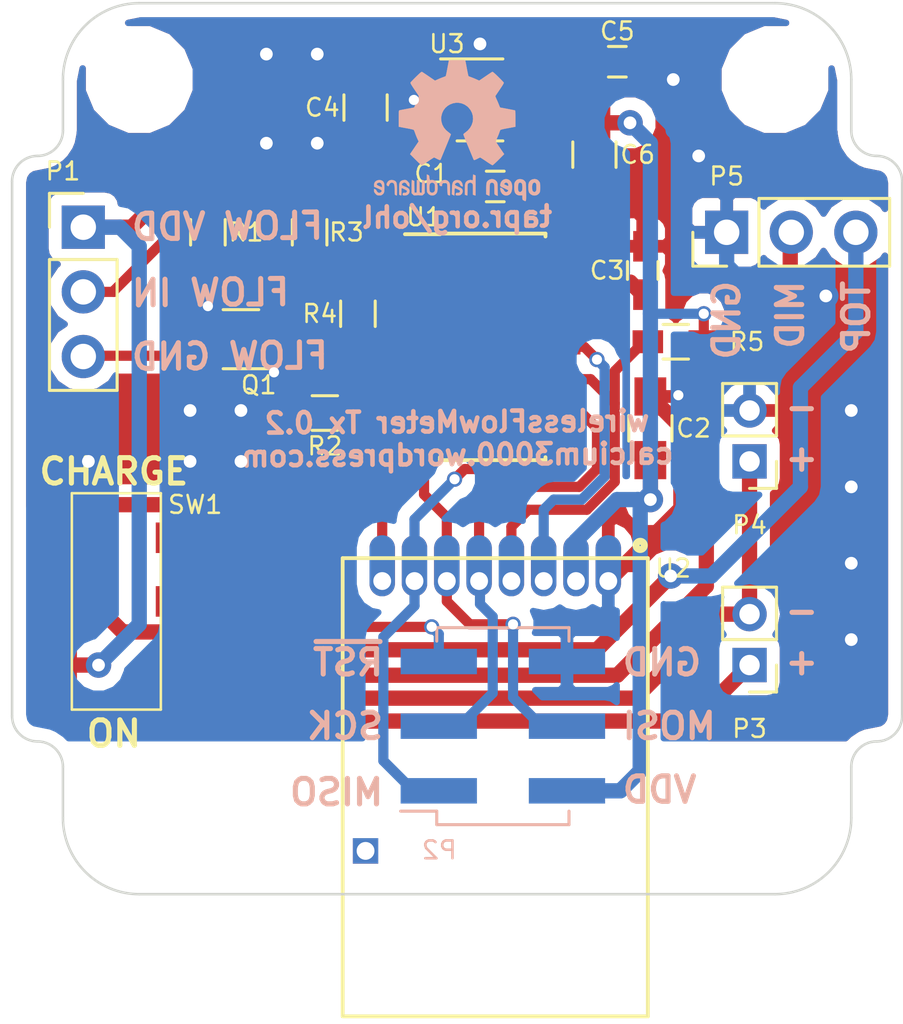
<source format=kicad_pcb>
(kicad_pcb (version 4) (host pcbnew 4.0.4-stable)

  (general
    (links 52)
    (no_connects 0)
    (area 61.919048 58.175 113.080953 103.175)
    (thickness 1.6)
    (drawings 40)
    (tracks 242)
    (zones 0)
    (modules 26)
    (nets 26)
  )

  (page A4)
  (layers
    (0 F.Cu signal)
    (31 B.Cu signal)
    (36 B.SilkS user)
    (37 F.SilkS user)
    (38 B.Mask user)
    (39 F.Mask user)
    (44 Edge.Cuts user)
    (46 B.CrtYd user)
    (47 F.CrtYd user)
    (48 B.Fab user hide)
    (49 F.Fab user hide)
  )

  (setup
    (last_trace_width 0.25)
    (user_trace_width 0.4)
    (user_trace_width 0.6)
    (trace_clearance 0.2)
    (zone_clearance 0.508)
    (zone_45_only no)
    (trace_min 0.2)
    (segment_width 0.2)
    (edge_width 0.1)
    (via_size 0.6)
    (via_drill 0.4)
    (via_min_size 0.4)
    (via_min_drill 0.3)
    (user_via 1 0.5)
    (uvia_size 0.3)
    (uvia_drill 0.1)
    (uvias_allowed no)
    (uvia_min_size 0.2)
    (uvia_min_drill 0.1)
    (pcb_text_width 0.3)
    (pcb_text_size 1.5 1.5)
    (mod_edge_width 0.15)
    (mod_text_size 1 1)
    (mod_text_width 0.15)
    (pad_size 1.524 1.524)
    (pad_drill 0.762)
    (pad_to_mask_clearance 0.2)
    (aux_axis_origin 0 0)
    (visible_elements FFFEFF7F)
    (pcbplotparams
      (layerselection 0x010f0_80000001)
      (usegerberextensions true)
      (excludeedgelayer true)
      (linewidth 0.100000)
      (plotframeref false)
      (viasonmask false)
      (mode 1)
      (useauxorigin false)
      (hpglpennumber 1)
      (hpglpenspeed 20)
      (hpglpendiameter 15)
      (hpglpenoverlay 2)
      (psnegative false)
      (psa4output false)
      (plotreference true)
      (plotvalue true)
      (plotinvisibletext false)
      (padsonsilk false)
      (subtractmaskfromsilk false)
      (outputformat 1)
      (mirror false)
      (drillshape 0)
      (scaleselection 1)
      (outputdirectory gerbers))
  )

  (net 0 "")
  (net 1 +VDD)
  (net 2 GND)
  (net 3 VBATT_2S)
  (net 4 FLOW_IN_BR)
  (net 5 FLOW_GND)
  (net 6 SPI_MISO)
  (net 7 SPI_MOSI)
  (net 8 SPI_SCK)
  (net 9 BATT_POS)
  (net 10 BATT_MID)
  (net 11 CHRG_MID)
  (net 12 CHRG_POS)
  (net 13 /FLOW_IN_BASE)
  (net 14 FLOW_PULSE)
  (net 15 /FLOW_GND_BASE)
  (net 16 FLOW_GND_BR)
  (net 17 "Net-(SW1-Pad6)")
  (net 18 NRF_CE)
  (net 19 NRF_~CS)
  (net 20 NRF_~IRQ)
  (net 21 "Net-(U1-Pad12)")
  (net 22 "Net-(U3-Pad4)")
  (net 23 "Net-(U1-Pad2)")
  (net 24 /TINY_AREF)
  (net 25 TINY_~RST)

  (net_class Default "This is the default net class."
    (clearance 0.2)
    (trace_width 0.25)
    (via_dia 0.6)
    (via_drill 0.4)
    (uvia_dia 0.3)
    (uvia_drill 0.1)
    (add_net +VDD)
    (add_net /FLOW_GND_BASE)
    (add_net /FLOW_IN_BASE)
    (add_net /TINY_AREF)
    (add_net BATT_MID)
    (add_net BATT_POS)
    (add_net CHRG_MID)
    (add_net CHRG_POS)
    (add_net FLOW_GND)
    (add_net FLOW_GND_BR)
    (add_net FLOW_IN_BR)
    (add_net FLOW_PULSE)
    (add_net GND)
    (add_net NRF_CE)
    (add_net NRF_~CS)
    (add_net NRF_~IRQ)
    (add_net "Net-(SW1-Pad6)")
    (add_net "Net-(U1-Pad12)")
    (add_net "Net-(U1-Pad2)")
    (add_net "Net-(U3-Pad4)")
    (add_net SPI_MISO)
    (add_net SPI_MOSI)
    (add_net SPI_SCK)
    (add_net TINY_~RST)
    (add_net VBATT_2S)
  )

  (module Mounting_Holes:MountingHole_3.2mm_M3_ISO7380 (layer F.Cu) (tedit 59E1883C) (tstamp 59E18BEC)
    (at 100 92)
    (descr "Mounting Hole 3.2mm, no annular, M3, ISO7380")
    (tags "mounting hole 3.2mm no annular m3 iso7380")
    (attr virtual)
    (fp_text reference MH3 (at 0 -3.85) (layer F.SilkS) hide
      (effects (font (size 1 1) (thickness 0.15)))
    )
    (fp_text value MountingHole_3.2mm_M3_ISO7380 (at 0 3.85) (layer F.Fab)
      (effects (font (size 1 1) (thickness 0.15)))
    )
    (fp_text user %R (at 0.3 0) (layer F.Fab)
      (effects (font (size 1 1) (thickness 0.15)))
    )
    (fp_circle (center 0 0) (end 2.85 0) (layer Cmts.User) (width 0.15))
    (fp_circle (center 0 0) (end 3.1 0) (layer F.CrtYd) (width 0.05))
    (pad 1 np_thru_hole circle (at 0 0) (size 3.2 3.2) (drill 3.2) (layers *.Cu *.Mask))
  )

  (module Mounting_Holes:MountingHole_3.2mm_M3_ISO7380 (layer F.Cu) (tedit 59E18814) (tstamp 59E18BB2)
    (at 100 63)
    (descr "Mounting Hole 3.2mm, no annular, M3, ISO7380")
    (tags "mounting hole 3.2mm no annular m3 iso7380")
    (attr virtual)
    (fp_text reference MH2 (at 0 -3.85) (layer F.SilkS) hide
      (effects (font (size 1 1) (thickness 0.15)))
    )
    (fp_text value MountingHole_3.2mm_M3_ISO7380 (at 0 3.85) (layer F.Fab)
      (effects (font (size 1 1) (thickness 0.15)))
    )
    (fp_text user %R (at 0.3 0) (layer F.Fab)
      (effects (font (size 1 1) (thickness 0.15)))
    )
    (fp_circle (center 0 0) (end 2.85 0) (layer Cmts.User) (width 0.15))
    (fp_circle (center 0 0) (end 3.1 0) (layer F.CrtYd) (width 0.05))
    (pad 1 np_thru_hole circle (at 0 0) (size 3.2 3.2) (drill 3.2) (layers *.Cu *.Mask))
  )

  (module Mounting_Holes:MountingHole_3.2mm_M3_ISO7380 (layer F.Cu) (tedit 59E18822) (tstamp 59E18B93)
    (at 75 92)
    (descr "Mounting Hole 3.2mm, no annular, M3, ISO7380")
    (tags "mounting hole 3.2mm no annular m3 iso7380")
    (attr virtual)
    (fp_text reference MH1 (at 0 -3.85) (layer F.SilkS) hide
      (effects (font (size 1 1) (thickness 0.15)))
    )
    (fp_text value MountingHole_3.2mm_M3_ISO7380 (at 0 3.85) (layer F.Fab)
      (effects (font (size 1 1) (thickness 0.15)))
    )
    (fp_text user %R (at 0.3 0) (layer F.Fab)
      (effects (font (size 1 1) (thickness 0.15)))
    )
    (fp_circle (center 0 0) (end 2.85 0) (layer Cmts.User) (width 0.15))
    (fp_circle (center 0 0) (end 3.1 0) (layer F.CrtYd) (width 0.05))
    (pad 1 np_thru_hole circle (at 0 0) (size 3.2 3.2) (drill 3.2) (layers *.Cu *.Mask))
  )

  (module wFM:Socket_Strip_Straight_2x03_Pitch2.54mm_SMD (layer B.Cu) (tedit 59E1900F) (tstamp 59D82B56)
    (at 89.3 88.4)
    (path /59B5C311)
    (attr smd)
    (fp_text reference P2 (at -2.5 4.87) (layer B.SilkS)
      (effects (font (size 0.7 0.7) (thickness 0.1)) (justify mirror))
    )
    (fp_text value 2x3 (at 0 -4.87) (layer B.Fab)
      (effects (font (size 1 1) (thickness 0.15)) (justify mirror))
    )
    (fp_line (start -2.54 3.81) (end -2.54 -3.81) (layer B.Fab) (width 0.1))
    (fp_line (start -2.54 -3.81) (end 2.54 -3.81) (layer B.Fab) (width 0.1))
    (fp_line (start 2.54 -3.81) (end 2.54 3.81) (layer B.Fab) (width 0.1))
    (fp_line (start 2.54 3.81) (end -2.54 3.81) (layer B.Fab) (width 0.1))
    (fp_line (start -2.54 2.86) (end -2.54 2.22) (layer B.Fab) (width 0.1))
    (fp_line (start -2.54 2.22) (end -3.92 2.22) (layer B.Fab) (width 0.1))
    (fp_line (start -3.92 2.22) (end -3.92 2.86) (layer B.Fab) (width 0.1))
    (fp_line (start -3.92 2.86) (end -2.54 2.86) (layer B.Fab) (width 0.1))
    (fp_line (start 2.54 2.86) (end 2.54 2.22) (layer B.Fab) (width 0.1))
    (fp_line (start 2.54 2.22) (end 3.92 2.22) (layer B.Fab) (width 0.1))
    (fp_line (start 3.92 2.22) (end 3.92 2.86) (layer B.Fab) (width 0.1))
    (fp_line (start 3.92 2.86) (end 2.54 2.86) (layer B.Fab) (width 0.1))
    (fp_line (start -2.54 0.32) (end -2.54 -0.32) (layer B.Fab) (width 0.1))
    (fp_line (start -2.54 -0.32) (end -3.92 -0.32) (layer B.Fab) (width 0.1))
    (fp_line (start -3.92 -0.32) (end -3.92 0.32) (layer B.Fab) (width 0.1))
    (fp_line (start -3.92 0.32) (end -2.54 0.32) (layer B.Fab) (width 0.1))
    (fp_line (start 2.54 0.32) (end 2.54 -0.32) (layer B.Fab) (width 0.1))
    (fp_line (start 2.54 -0.32) (end 3.92 -0.32) (layer B.Fab) (width 0.1))
    (fp_line (start 3.92 -0.32) (end 3.92 0.32) (layer B.Fab) (width 0.1))
    (fp_line (start 3.92 0.32) (end 2.54 0.32) (layer B.Fab) (width 0.1))
    (fp_line (start -2.54 -2.22) (end -2.54 -2.86) (layer B.Fab) (width 0.1))
    (fp_line (start -2.54 -2.86) (end -3.92 -2.86) (layer B.Fab) (width 0.1))
    (fp_line (start -3.92 -2.86) (end -3.92 -2.22) (layer B.Fab) (width 0.1))
    (fp_line (start -3.92 -2.22) (end -2.54 -2.22) (layer B.Fab) (width 0.1))
    (fp_line (start 2.54 -2.22) (end 2.54 -2.86) (layer B.Fab) (width 0.1))
    (fp_line (start 2.54 -2.86) (end 3.92 -2.86) (layer B.Fab) (width 0.1))
    (fp_line (start 3.92 -2.86) (end 3.92 -2.22) (layer B.Fab) (width 0.1))
    (fp_line (start 3.92 -2.22) (end 2.54 -2.22) (layer B.Fab) (width 0.1))
    (fp_line (start -2.6 3.34) (end -2.6 3.87) (layer B.SilkS) (width 0.12))
    (fp_line (start -2.6 3.87) (end 2.6 3.87) (layer B.SilkS) (width 0.12))
    (fp_line (start 2.6 3.87) (end 2.6 3.34) (layer B.SilkS) (width 0.12))
    (fp_line (start -2.6 -3.34) (end -2.6 -3.87) (layer B.SilkS) (width 0.12))
    (fp_line (start -2.6 -3.87) (end 2.6 -3.87) (layer B.SilkS) (width 0.12))
    (fp_line (start 2.6 -3.87) (end 2.6 -3.34) (layer B.SilkS) (width 0.12))
    (fp_line (start -4.02 3.34) (end -2.6 3.34) (layer B.SilkS) (width 0.12))
    (fp_line (start -4.55 4.35) (end -4.55 -4.35) (layer B.CrtYd) (width 0.05))
    (fp_line (start -4.55 -4.35) (end 4.55 -4.35) (layer B.CrtYd) (width 0.05))
    (fp_line (start 4.55 -4.35) (end 4.55 4.35) (layer B.CrtYd) (width 0.05))
    (fp_line (start 4.55 4.35) (end -4.55 4.35) (layer B.CrtYd) (width 0.05))
    (fp_text user %R (at 0 4.87) (layer B.Fab)
      (effects (font (size 1 1) (thickness 0.15)) (justify mirror))
    )
    (pad 2 smd rect (at 2.52 2.54) (size 3 1) (layers B.Cu B.Mask)
      (net 1 +VDD))
    (pad 1 smd rect (at -2.52 2.54) (size 3 1) (layers B.Cu B.Mask)
      (net 6 SPI_MISO))
    (pad 4 smd rect (at 2.52 0) (size 3 1) (layers B.Cu B.Mask)
      (net 7 SPI_MOSI))
    (pad 3 smd rect (at -2.52 0) (size 3 1) (layers B.Cu B.Mask)
      (net 8 SPI_SCK))
    (pad 6 smd rect (at 2.52 -2.54) (size 3 1) (layers B.Cu B.Mask)
      (net 2 GND))
    (pad 5 smd rect (at -2.52 -2.54) (size 3 1) (layers B.Cu B.Mask)
      (net 25 TINY_~RST))
    (model ${KISYS3DMOD}/Socket_Strips.3dshapes/Socket_Strip_Straight_2x03_Pitch2.54mm_SMD.wrl
      (at (xyz 0 0 0))
      (scale (xyz 1 1 1))
      (rotate (xyz 0 0 0))
    )
  )

  (module Resistors_SMD:R_0603_HandSoldering (layer F.Cu) (tedit 59E18F36) (tstamp 59D82C04)
    (at 83.6 72.2 270)
    (descr "Resistor SMD 0603, hand soldering")
    (tags "resistor 0603")
    (path /594C8C0C)
    (attr smd)
    (fp_text reference R4 (at 0 1.5 360) (layer F.SilkS)
      (effects (font (size 0.7 0.7) (thickness 0.1)))
    )
    (fp_text value 10k (at 0 1.55 270) (layer F.Fab)
      (effects (font (size 1 1) (thickness 0.15)))
    )
    (fp_text user %R (at 0 0 270) (layer F.Fab)
      (effects (font (size 0.4 0.4) (thickness 0.075)))
    )
    (fp_line (start -0.8 0.4) (end -0.8 -0.4) (layer F.Fab) (width 0.1))
    (fp_line (start 0.8 0.4) (end -0.8 0.4) (layer F.Fab) (width 0.1))
    (fp_line (start 0.8 -0.4) (end 0.8 0.4) (layer F.Fab) (width 0.1))
    (fp_line (start -0.8 -0.4) (end 0.8 -0.4) (layer F.Fab) (width 0.1))
    (fp_line (start 0.5 0.68) (end -0.5 0.68) (layer F.SilkS) (width 0.12))
    (fp_line (start -0.5 -0.68) (end 0.5 -0.68) (layer F.SilkS) (width 0.12))
    (fp_line (start -1.96 -0.7) (end 1.95 -0.7) (layer F.CrtYd) (width 0.05))
    (fp_line (start -1.96 -0.7) (end -1.96 0.7) (layer F.CrtYd) (width 0.05))
    (fp_line (start 1.95 0.7) (end 1.95 -0.7) (layer F.CrtYd) (width 0.05))
    (fp_line (start 1.95 0.7) (end -1.96 0.7) (layer F.CrtYd) (width 0.05))
    (pad 1 smd rect (at -1.1 0 270) (size 1.2 0.9) (layers F.Cu F.Mask)
      (net 1 +VDD))
    (pad 2 smd rect (at 1.1 0 270) (size 1.2 0.9) (layers F.Cu F.Mask)
      (net 25 TINY_~RST))
    (model ${KISYS3DMOD}/Resistors_SMD.3dshapes/R_0603.wrl
      (at (xyz 0 0 0))
      (scale (xyz 1 1 1))
      (rotate (xyz 0 0 0))
    )
  )

  (module Capacitors_SMD:C_0603_HandSoldering (layer F.Cu) (tedit 59E18F72) (tstamp 59D82ACA)
    (at 89 67.2)
    (descr "Capacitor SMD 0603, hand soldering")
    (tags "capacitor 0603")
    (path /594C9C22)
    (attr smd)
    (fp_text reference C1 (at -2.5 -0.5) (layer F.SilkS)
      (effects (font (size 0.7 0.7) (thickness 0.1)))
    )
    (fp_text value 0.1uF (at 0 1.5) (layer F.Fab)
      (effects (font (size 1 1) (thickness 0.15)))
    )
    (fp_text user %R (at 0 -1.25) (layer F.Fab)
      (effects (font (size 1 1) (thickness 0.15)))
    )
    (fp_line (start -0.8 0.4) (end -0.8 -0.4) (layer F.Fab) (width 0.1))
    (fp_line (start 0.8 0.4) (end -0.8 0.4) (layer F.Fab) (width 0.1))
    (fp_line (start 0.8 -0.4) (end 0.8 0.4) (layer F.Fab) (width 0.1))
    (fp_line (start -0.8 -0.4) (end 0.8 -0.4) (layer F.Fab) (width 0.1))
    (fp_line (start -0.35 -0.6) (end 0.35 -0.6) (layer F.SilkS) (width 0.12))
    (fp_line (start 0.35 0.6) (end -0.35 0.6) (layer F.SilkS) (width 0.12))
    (fp_line (start -1.8 -0.65) (end 1.8 -0.65) (layer F.CrtYd) (width 0.05))
    (fp_line (start -1.8 -0.65) (end -1.8 0.65) (layer F.CrtYd) (width 0.05))
    (fp_line (start 1.8 0.65) (end 1.8 -0.65) (layer F.CrtYd) (width 0.05))
    (fp_line (start 1.8 0.65) (end -1.8 0.65) (layer F.CrtYd) (width 0.05))
    (pad 1 smd rect (at -0.95 0) (size 1.2 0.75) (layers F.Cu F.Mask)
      (net 1 +VDD))
    (pad 2 smd rect (at 0.95 0) (size 1.2 0.75) (layers F.Cu F.Mask)
      (net 2 GND))
    (model Capacitors_SMD.3dshapes/C_0603.wrl
      (at (xyz 0 0 0))
      (scale (xyz 1 1 1))
      (rotate (xyz 0 0 0))
    )
  )

  (module Capacitors_SMD:C_0805_HandSoldering (layer F.Cu) (tedit 59E18FE1) (tstamp 59D82ADB)
    (at 95.1 76.7 90)
    (descr "Capacitor SMD 0805, hand soldering")
    (tags "capacitor 0805")
    (path /59B8952A)
    (attr smd)
    (fp_text reference C2 (at 0 1.7 180) (layer F.SilkS)
      (effects (font (size 0.7 0.7) (thickness 0.1)))
    )
    (fp_text value 4.7uF (at 0 1.75 90) (layer F.Fab)
      (effects (font (size 1 1) (thickness 0.15)))
    )
    (fp_text user %R (at 0 -1.75 90) (layer F.Fab)
      (effects (font (size 1 1) (thickness 0.15)))
    )
    (fp_line (start -1 0.62) (end -1 -0.62) (layer F.Fab) (width 0.1))
    (fp_line (start 1 0.62) (end -1 0.62) (layer F.Fab) (width 0.1))
    (fp_line (start 1 -0.62) (end 1 0.62) (layer F.Fab) (width 0.1))
    (fp_line (start -1 -0.62) (end 1 -0.62) (layer F.Fab) (width 0.1))
    (fp_line (start 0.5 -0.85) (end -0.5 -0.85) (layer F.SilkS) (width 0.12))
    (fp_line (start -0.5 0.85) (end 0.5 0.85) (layer F.SilkS) (width 0.12))
    (fp_line (start -2.25 -0.88) (end 2.25 -0.88) (layer F.CrtYd) (width 0.05))
    (fp_line (start -2.25 -0.88) (end -2.25 0.87) (layer F.CrtYd) (width 0.05))
    (fp_line (start 2.25 0.87) (end 2.25 -0.88) (layer F.CrtYd) (width 0.05))
    (fp_line (start 2.25 0.87) (end -2.25 0.87) (layer F.CrtYd) (width 0.05))
    (pad 1 smd rect (at -1.25 0 90) (size 1.5 1.25) (layers F.Cu F.Mask)
      (net 1 +VDD))
    (pad 2 smd rect (at 1.25 0 90) (size 1.5 1.25) (layers F.Cu F.Mask)
      (net 2 GND))
    (model Capacitors_SMD.3dshapes/C_0805.wrl
      (at (xyz 0 0 0))
      (scale (xyz 1 1 1))
      (rotate (xyz 0 0 0))
    )
  )

  (module wFM:S2B-PH-K-S (layer F.Cu) (tedit 59E19001) (tstamp 59D82B6B)
    (at 99 86 180)
    (path /59ADEFCC)
    (fp_text reference P3 (at 0 -2.5 180) (layer F.SilkS)
      (effects (font (size 0.7 0.7) (thickness 0.1)))
    )
    (fp_text value 1x2 (at 0 4.06 180) (layer F.Fab) hide
      (effects (font (size 1 1) (thickness 0.15)))
    )
    (fp_line (start -1 -1) (end -1 3) (layer F.Fab) (width 0.1))
    (fp_line (start -1 3) (end 1 3) (layer F.Fab) (width 0.1))
    (fp_line (start 1 3) (end 1 -1) (layer F.Fab) (width 0.1))
    (fp_line (start 1 -1) (end -1 -1) (layer F.Fab) (width 0.1))
    (fp_line (start -1.06 1) (end -1.06 3.06) (layer F.SilkS) (width 0.12))
    (fp_line (start -1.06 3.06) (end 1.06 3.06) (layer F.SilkS) (width 0.12))
    (fp_line (start 1.06 3.06) (end 1.06 1) (layer F.SilkS) (width 0.12))
    (fp_line (start 1.06 1) (end -1.06 1) (layer F.SilkS) (width 0.12))
    (fp_line (start -1.06 0) (end -1.06 -1.06) (layer F.SilkS) (width 0.12))
    (fp_line (start -1.06 -1.06) (end 0 -1.06) (layer F.SilkS) (width 0.12))
    (fp_line (start -6 -2) (end -6 4) (layer F.CrtYd) (width 0.05))
    (fp_line (start -6 4) (end 1.6 4) (layer F.CrtYd) (width 0.05))
    (fp_line (start 1.6 4) (end 1.6 -2) (layer F.CrtYd) (width 0.05))
    (fp_line (start 1.6 -2) (end -6 -2) (layer F.CrtYd) (width 0.05))
    (fp_text user %R (at 0 -2.06 180) (layer F.Fab)
      (effects (font (size 1 1) (thickness 0.15)))
    )
    (pad 1 thru_hole rect (at 0 0 180) (size 1.35 1.35) (drill 0.8) (layers *.Cu *.Mask)
      (net 9 BATT_POS))
    (pad 2 thru_hole oval (at 0 2 180) (size 1.35 1.35) (drill 0.8) (layers *.Cu *.Mask)
      (net 10 BATT_MID))
    (model ${KISYS3DMOD}/Socket_Strips.3dshapes/Socket_Strip_Straight_1x02_Pitch2.00mm.wrl
      (at (xyz 0 0 0))
      (scale (xyz 1 1 1))
      (rotate (xyz 0 0 0))
    )
  )

  (module wFM:S2B-PH-K-S (layer F.Cu) (tedit 59E18FF0) (tstamp 59D82B80)
    (at 99 78 180)
    (path /59ADF41A)
    (fp_text reference P4 (at 0 -2.5 180) (layer F.SilkS)
      (effects (font (size 0.7 0.7) (thickness 0.1)))
    )
    (fp_text value 1x2 (at 0 4.06 180) (layer F.Fab) hide
      (effects (font (size 1 1) (thickness 0.15)))
    )
    (fp_line (start -1 -1) (end -1 3) (layer F.Fab) (width 0.1))
    (fp_line (start -1 3) (end 1 3) (layer F.Fab) (width 0.1))
    (fp_line (start 1 3) (end 1 -1) (layer F.Fab) (width 0.1))
    (fp_line (start 1 -1) (end -1 -1) (layer F.Fab) (width 0.1))
    (fp_line (start -1.06 1) (end -1.06 3.06) (layer F.SilkS) (width 0.12))
    (fp_line (start -1.06 3.06) (end 1.06 3.06) (layer F.SilkS) (width 0.12))
    (fp_line (start 1.06 3.06) (end 1.06 1) (layer F.SilkS) (width 0.12))
    (fp_line (start 1.06 1) (end -1.06 1) (layer F.SilkS) (width 0.12))
    (fp_line (start -1.06 0) (end -1.06 -1.06) (layer F.SilkS) (width 0.12))
    (fp_line (start -1.06 -1.06) (end 0 -1.06) (layer F.SilkS) (width 0.12))
    (fp_line (start -6 -2) (end -6 4) (layer F.CrtYd) (width 0.05))
    (fp_line (start -6 4) (end 1.6 4) (layer F.CrtYd) (width 0.05))
    (fp_line (start 1.6 4) (end 1.6 -2) (layer F.CrtYd) (width 0.05))
    (fp_line (start 1.6 -2) (end -6 -2) (layer F.CrtYd) (width 0.05))
    (fp_text user %R (at 0 -2.06 180) (layer F.Fab)
      (effects (font (size 1 1) (thickness 0.15)))
    )
    (pad 1 thru_hole rect (at 0 0 180) (size 1.35 1.35) (drill 0.8) (layers *.Cu *.Mask)
      (net 10 BATT_MID))
    (pad 2 thru_hole oval (at 0 2 180) (size 1.35 1.35) (drill 0.8) (layers *.Cu *.Mask)
      (net 2 GND))
    (model ${KISYS3DMOD}/Socket_Strips.3dshapes/Socket_Strip_Straight_1x02_Pitch2.00mm.wrl
      (at (xyz 0 0 0))
      (scale (xyz 1 1 1))
      (rotate (xyz 0 0 0))
    )
  )

  (module Socket_Strips:Socket_Strip_Straight_1x03_Pitch2.54mm (layer F.Cu) (tedit 59E18FB1) (tstamp 59D82B96)
    (at 98.1 69 90)
    (descr "Through hole straight socket strip, 1x03, 2.54mm pitch, single row")
    (tags "Through hole socket strip THT 1x03 2.54mm single row")
    (path /59C321D7)
    (fp_text reference P5 (at 2.2 0 180) (layer F.SilkS)
      (effects (font (size 0.7 0.7) (thickness 0.1)))
    )
    (fp_text value 1x3 (at 0 7.41 90) (layer F.Fab)
      (effects (font (size 1 1) (thickness 0.15)))
    )
    (fp_line (start -1.27 -1.27) (end -1.27 6.35) (layer F.Fab) (width 0.1))
    (fp_line (start -1.27 6.35) (end 1.27 6.35) (layer F.Fab) (width 0.1))
    (fp_line (start 1.27 6.35) (end 1.27 -1.27) (layer F.Fab) (width 0.1))
    (fp_line (start 1.27 -1.27) (end -1.27 -1.27) (layer F.Fab) (width 0.1))
    (fp_line (start -1.33 1.27) (end -1.33 6.41) (layer F.SilkS) (width 0.12))
    (fp_line (start -1.33 6.41) (end 1.33 6.41) (layer F.SilkS) (width 0.12))
    (fp_line (start 1.33 6.41) (end 1.33 1.27) (layer F.SilkS) (width 0.12))
    (fp_line (start 1.33 1.27) (end -1.33 1.27) (layer F.SilkS) (width 0.12))
    (fp_line (start -1.33 0) (end -1.33 -1.33) (layer F.SilkS) (width 0.12))
    (fp_line (start -1.33 -1.33) (end 0 -1.33) (layer F.SilkS) (width 0.12))
    (fp_line (start -1.8 -1.8) (end -1.8 6.85) (layer F.CrtYd) (width 0.05))
    (fp_line (start -1.8 6.85) (end 1.8 6.85) (layer F.CrtYd) (width 0.05))
    (fp_line (start 1.8 6.85) (end 1.8 -1.8) (layer F.CrtYd) (width 0.05))
    (fp_line (start 1.8 -1.8) (end -1.8 -1.8) (layer F.CrtYd) (width 0.05))
    (fp_text user %R (at 0 -2.33 90) (layer F.Fab)
      (effects (font (size 1 1) (thickness 0.15)))
    )
    (pad 1 thru_hole rect (at 0 0 90) (size 1.7 1.7) (drill 1) (layers *.Cu *.Mask)
      (net 2 GND))
    (pad 2 thru_hole oval (at 0 2.54 90) (size 1.7 1.7) (drill 1) (layers *.Cu *.Mask)
      (net 11 CHRG_MID))
    (pad 3 thru_hole oval (at 0 5.08 90) (size 1.7 1.7) (drill 1) (layers *.Cu *.Mask)
      (net 12 CHRG_POS))
    (model ${KISYS3DMOD}/Socket_Strips.3dshapes/Socket_Strip_Straight_1x03_Pitch2.54mm.wrl
      (at (xyz 0 -0.1 0))
      (scale (xyz 1 1 1))
      (rotate (xyz 0 0 270))
    )
  )

  (module Resistors_SMD:R_0603_HandSoldering (layer F.Cu) (tedit 59E18F07) (tstamp 59D82BD1)
    (at 77.7 69 90)
    (descr "Resistor SMD 0603, hand soldering")
    (tags "resistor 0603")
    (path /594DCFB2)
    (attr smd)
    (fp_text reference R1 (at 0 1.5 180) (layer F.SilkS)
      (effects (font (size 0.7 0.7) (thickness 0.1)))
    )
    (fp_text value 10k (at 0 1.55 90) (layer F.Fab)
      (effects (font (size 1 1) (thickness 0.15)))
    )
    (fp_text user %R (at 0.000001 0 90) (layer F.Fab)
      (effects (font (size 0.4 0.4) (thickness 0.075)))
    )
    (fp_line (start -0.8 0.4) (end -0.8 -0.4) (layer F.Fab) (width 0.1))
    (fp_line (start 0.8 0.4) (end -0.8 0.4) (layer F.Fab) (width 0.1))
    (fp_line (start 0.8 -0.4) (end 0.8 0.4) (layer F.Fab) (width 0.1))
    (fp_line (start -0.8 -0.4) (end 0.8 -0.4) (layer F.Fab) (width 0.1))
    (fp_line (start 0.5 0.68) (end -0.5 0.68) (layer F.SilkS) (width 0.12))
    (fp_line (start -0.5 -0.68) (end 0.5 -0.68) (layer F.SilkS) (width 0.12))
    (fp_line (start -1.96 -0.7) (end 1.95 -0.7) (layer F.CrtYd) (width 0.05))
    (fp_line (start -1.96 -0.7) (end -1.96 0.7) (layer F.CrtYd) (width 0.05))
    (fp_line (start 1.95 0.7) (end 1.95 -0.7) (layer F.CrtYd) (width 0.05))
    (fp_line (start 1.95 0.7) (end -1.96 0.7) (layer F.CrtYd) (width 0.05))
    (pad 1 smd rect (at -1.1 0 90) (size 1.2 0.9) (layers F.Cu F.Mask)
      (net 13 /FLOW_IN_BASE))
    (pad 2 smd rect (at 1.1 0 90) (size 1.2 0.9) (layers F.Cu F.Mask)
      (net 4 FLOW_IN_BR))
    (model ${KISYS3DMOD}/Resistors_SMD.3dshapes/R_0603.wrl
      (at (xyz 0 0 0))
      (scale (xyz 1 1 1))
      (rotate (xyz 0 0 0))
    )
  )

  (module Resistors_SMD:R_0603_HandSoldering (layer F.Cu) (tedit 59E18EF9) (tstamp 59D82BE2)
    (at 82.3 76.1)
    (descr "Resistor SMD 0603, hand soldering")
    (tags "resistor 0603")
    (path /595073EA)
    (attr smd)
    (fp_text reference R2 (at 0 1.3) (layer F.SilkS)
      (effects (font (size 0.7 0.7) (thickness 0.1)))
    )
    (fp_text value 10k (at 0 1.55) (layer F.Fab)
      (effects (font (size 1 1) (thickness 0.15)))
    )
    (fp_text user %R (at 0 0) (layer F.Fab)
      (effects (font (size 0.4 0.4) (thickness 0.075)))
    )
    (fp_line (start -0.8 0.4) (end -0.8 -0.4) (layer F.Fab) (width 0.1))
    (fp_line (start 0.8 0.4) (end -0.8 0.4) (layer F.Fab) (width 0.1))
    (fp_line (start 0.8 -0.4) (end 0.8 0.4) (layer F.Fab) (width 0.1))
    (fp_line (start -0.8 -0.4) (end 0.8 -0.4) (layer F.Fab) (width 0.1))
    (fp_line (start 0.5 0.68) (end -0.5 0.68) (layer F.SilkS) (width 0.12))
    (fp_line (start -0.5 -0.68) (end 0.5 -0.68) (layer F.SilkS) (width 0.12))
    (fp_line (start -1.96 -0.7) (end 1.95 -0.7) (layer F.CrtYd) (width 0.05))
    (fp_line (start -1.96 -0.7) (end -1.96 0.7) (layer F.CrtYd) (width 0.05))
    (fp_line (start 1.95 0.7) (end 1.95 -0.7) (layer F.CrtYd) (width 0.05))
    (fp_line (start 1.95 0.7) (end -1.96 0.7) (layer F.CrtYd) (width 0.05))
    (pad 1 smd rect (at -1.1 0) (size 1.2 0.9) (layers F.Cu F.Mask)
      (net 15 /FLOW_GND_BASE))
    (pad 2 smd rect (at 1.1 0) (size 1.2 0.9) (layers F.Cu F.Mask)
      (net 16 FLOW_GND_BR))
    (model ${KISYS3DMOD}/Resistors_SMD.3dshapes/R_0603.wrl
      (at (xyz 0 0 0))
      (scale (xyz 1 1 1))
      (rotate (xyz 0 0 0))
    )
  )

  (module Resistors_SMD:R_0603_HandSoldering (layer F.Cu) (tedit 59E18F27) (tstamp 59D82BF3)
    (at 81.7 69 270)
    (descr "Resistor SMD 0603, hand soldering")
    (tags "resistor 0603")
    (path /594DD067)
    (attr smd)
    (fp_text reference R3 (at 0 -1.45 360) (layer F.SilkS)
      (effects (font (size 0.7 0.7) (thickness 0.1)))
    )
    (fp_text value 10k (at 0 1.55 270) (layer F.Fab)
      (effects (font (size 1 1) (thickness 0.15)))
    )
    (fp_text user %R (at 0 0 270) (layer F.Fab)
      (effects (font (size 0.4 0.4) (thickness 0.075)))
    )
    (fp_line (start -0.8 0.4) (end -0.8 -0.4) (layer F.Fab) (width 0.1))
    (fp_line (start 0.8 0.4) (end -0.8 0.4) (layer F.Fab) (width 0.1))
    (fp_line (start 0.8 -0.4) (end 0.8 0.4) (layer F.Fab) (width 0.1))
    (fp_line (start -0.8 -0.4) (end 0.8 -0.4) (layer F.Fab) (width 0.1))
    (fp_line (start 0.5 0.68) (end -0.5 0.68) (layer F.SilkS) (width 0.12))
    (fp_line (start -0.5 -0.68) (end 0.5 -0.68) (layer F.SilkS) (width 0.12))
    (fp_line (start -1.96 -0.7) (end 1.95 -0.7) (layer F.CrtYd) (width 0.05))
    (fp_line (start -1.96 -0.7) (end -1.96 0.7) (layer F.CrtYd) (width 0.05))
    (fp_line (start 1.95 0.7) (end 1.95 -0.7) (layer F.CrtYd) (width 0.05))
    (fp_line (start 1.95 0.7) (end -1.96 0.7) (layer F.CrtYd) (width 0.05))
    (pad 1 smd rect (at -1.1 0 270) (size 1.2 0.9) (layers F.Cu F.Mask)
      (net 1 +VDD))
    (pad 2 smd rect (at 1.1 0 270) (size 1.2 0.9) (layers F.Cu F.Mask)
      (net 14 FLOW_PULSE))
    (model ${KISYS3DMOD}/Resistors_SMD.3dshapes/R_0603.wrl
      (at (xyz 0 0 0))
      (scale (xyz 1 1 1))
      (rotate (xyz 0 0 0))
    )
  )

  (module wFM:CL-SB-12B-11T_DPDT (layer F.Cu) (tedit 59CFD0E5) (tstamp 59D82C22)
    (at 74.1 83.5 270)
    (path /59C32D44)
    (fp_text reference SW1 (at -3.8 -3.1 360) (layer F.SilkS)
      (effects (font (size 0.7 0.7) (thickness 0.1)))
    )
    (fp_text value CL-SB-22B-11T (at 0 6.25 270) (layer F.Fab)
      (effects (font (size 1 1) (thickness 0.15)))
    )
    (fp_line (start 4.5 2) (end 3.35 2) (layer F.CrtYd) (width 0.05))
    (fp_line (start 3.35 2) (end 3.35 3.15) (layer F.CrtYd) (width 0.05))
    (fp_line (start -3.35 3.15) (end -3.35 2) (layer F.CrtYd) (width 0.05))
    (fp_line (start -3.35 2) (end -4.5 2) (layer F.CrtYd) (width 0.05))
    (fp_line (start 0.85 -3.15) (end 0.85 -2) (layer F.CrtYd) (width 0.05))
    (fp_line (start 0.85 -2) (end 4.5 -2) (layer F.CrtYd) (width 0.05))
    (fp_line (start -0.85 -3.15) (end -0.85 -2) (layer F.CrtYd) (width 0.05))
    (fp_line (start -0.85 -2) (end -4.5 -2) (layer F.CrtYd) (width 0.05))
    (fp_line (start 1.75 3.15) (end 3.35 3.15) (layer F.CrtYd) (width 0.05))
    (fp_line (start -1.75 3.15) (end -1.75 4.55) (layer F.CrtYd) (width 0.05))
    (fp_line (start -1.75 4.55) (end 1.75 4.55) (layer F.CrtYd) (width 0.05))
    (fp_line (start 1.75 4.55) (end 1.75 3.15) (layer F.CrtYd) (width 0.05))
    (fp_line (start -3.35 3.15) (end -1.75 3.15) (layer F.CrtYd) (width 0.05))
    (fp_line (start 4.5 2) (end 4.5 -2) (layer F.CrtYd) (width 0.05))
    (fp_line (start 0.85 -3.15) (end -0.85 -3.15) (layer F.CrtYd) (width 0.05))
    (fp_line (start -4.5 -2) (end -4.5 2) (layer F.CrtYd) (width 0.05))
    (fp_line (start -4.25 -1.75) (end -4.25 1.75) (layer F.SilkS) (width 0.1))
    (fp_line (start 4.25 -1.75) (end 4.25 1.75) (layer F.SilkS) (width 0.1))
    (fp_line (start -4.25 1.75) (end 4.25 1.75) (layer F.SilkS) (width 0.1))
    (fp_line (start -4.25 -1.75) (end 4.25 -1.75) (layer F.SilkS) (width 0.1))
    (pad 1 smd rect (at -2.5 2.5 270) (size 1.2 1.9) (layers F.Cu F.Mask)
      (net 12 CHRG_POS))
    (pad 3 smd rect (at 2.5 2.5 270) (size 1.2 1.9) (layers F.Cu F.Mask)
      (net 3 VBATT_2S))
    (pad 5 smd rect (at 0 -2.5 270) (size 1.2 1.9) (layers F.Cu F.Mask)
      (net 10 BATT_MID))
    (pad 2 smd rect (at 0 2.5 270) (size 1.2 1.9) (layers F.Cu F.Mask)
      (net 9 BATT_POS))
    (pad 4 smd rect (at -2.5 -2.5 270) (size 1.2 1.9) (layers F.Cu F.Mask)
      (net 11 CHRG_MID))
    (pad 6 smd rect (at 2.5 -2.5 270) (size 1.2 1.9) (layers F.Cu F.Mask)
      (net 17 "Net-(SW1-Pad6)"))
  )

  (module Housings_SOIC:SOIC-14_3.9x8.7mm_Pitch1.27mm (layer F.Cu) (tedit 59E18F7D) (tstamp 59D82C45)
    (at 88.9 73.5)
    (descr "14-Lead Plastic Small Outline (SL) - Narrow, 3.90 mm Body [SOIC] (see Microchip Packaging Specification 00000049BS.pdf)")
    (tags "SOIC 1.27")
    (path /59D82AC0)
    (attr smd)
    (fp_text reference U1 (at -2.7 -5.1) (layer F.SilkS)
      (effects (font (size 0.7 0.7) (thickness 0.1)))
    )
    (fp_text value ATtiny441-SSU (at 0 5.375) (layer F.Fab)
      (effects (font (size 1 1) (thickness 0.15)))
    )
    (fp_text user %R (at 0 0) (layer F.Fab)
      (effects (font (size 0.9 0.9) (thickness 0.135)))
    )
    (fp_line (start -0.95 -4.35) (end 1.95 -4.35) (layer F.Fab) (width 0.15))
    (fp_line (start 1.95 -4.35) (end 1.95 4.35) (layer F.Fab) (width 0.15))
    (fp_line (start 1.95 4.35) (end -1.95 4.35) (layer F.Fab) (width 0.15))
    (fp_line (start -1.95 4.35) (end -1.95 -3.35) (layer F.Fab) (width 0.15))
    (fp_line (start -1.95 -3.35) (end -0.95 -4.35) (layer F.Fab) (width 0.15))
    (fp_line (start -3.7 -4.65) (end -3.7 4.65) (layer F.CrtYd) (width 0.05))
    (fp_line (start 3.7 -4.65) (end 3.7 4.65) (layer F.CrtYd) (width 0.05))
    (fp_line (start -3.7 -4.65) (end 3.7 -4.65) (layer F.CrtYd) (width 0.05))
    (fp_line (start -3.7 4.65) (end 3.7 4.65) (layer F.CrtYd) (width 0.05))
    (fp_line (start -2.075 -4.45) (end -2.075 -4.425) (layer F.SilkS) (width 0.15))
    (fp_line (start 2.075 -4.45) (end 2.075 -4.335) (layer F.SilkS) (width 0.15))
    (fp_line (start 2.075 4.45) (end 2.075 4.335) (layer F.SilkS) (width 0.15))
    (fp_line (start -2.075 4.45) (end -2.075 4.335) (layer F.SilkS) (width 0.15))
    (fp_line (start -2.075 -4.45) (end 2.075 -4.45) (layer F.SilkS) (width 0.15))
    (fp_line (start -2.075 4.45) (end 2.075 4.45) (layer F.SilkS) (width 0.15))
    (fp_line (start -2.075 -4.425) (end -3.45 -4.425) (layer F.SilkS) (width 0.15))
    (pad 1 smd rect (at -2.7 -3.81) (size 1.5 0.6) (layers F.Cu F.Mask)
      (net 1 +VDD))
    (pad 2 smd rect (at -2.7 -2.54) (size 1.5 0.6) (layers F.Cu F.Mask)
      (net 23 "Net-(U1-Pad2)"))
    (pad 3 smd rect (at -2.7 -1.27) (size 1.5 0.6) (layers F.Cu F.Mask)
      (net 14 FLOW_PULSE))
    (pad 4 smd rect (at -2.7 0) (size 1.5 0.6) (layers F.Cu F.Mask)
      (net 25 TINY_~RST))
    (pad 5 smd rect (at -2.7 1.27) (size 1.5 0.6) (layers F.Cu F.Mask)
      (net 16 FLOW_GND_BR))
    (pad 6 smd rect (at -2.7 2.54) (size 1.5 0.6) (layers F.Cu F.Mask)
      (net 20 NRF_~IRQ))
    (pad 7 smd rect (at -2.7 3.81) (size 1.5 0.6) (layers F.Cu F.Mask)
      (net 7 SPI_MOSI))
    (pad 8 smd rect (at 2.7 3.81) (size 1.5 0.6) (layers F.Cu F.Mask)
      (net 6 SPI_MISO))
    (pad 9 smd rect (at 2.7 2.54) (size 1.5 0.6) (layers F.Cu F.Mask)
      (net 8 SPI_SCK))
    (pad 10 smd rect (at 2.7 1.27) (size 1.5 0.6) (layers F.Cu F.Mask)
      (net 19 NRF_~CS))
    (pad 11 smd rect (at 2.7 0) (size 1.5 0.6) (layers F.Cu F.Mask)
      (net 18 NRF_CE))
    (pad 12 smd rect (at 2.7 -1.27) (size 1.5 0.6) (layers F.Cu F.Mask)
      (net 21 "Net-(U1-Pad12)"))
    (pad 13 smd rect (at 2.7 -2.54) (size 1.5 0.6) (layers F.Cu F.Mask)
      (net 24 /TINY_AREF))
    (pad 14 smd rect (at 2.7 -3.81) (size 1.5 0.6) (layers F.Cu F.Mask)
      (net 2 GND))
    (model ${KISYS3DMOD}/Housings_SOIC.3dshapes/SOIC-14_3.9x8.7mm_Pitch1.27mm.wrl
      (at (xyz 0 0 0))
      (scale (xyz 1 1 1))
      (rotate (xyz 0 0 0))
    )
  )

  (module TO_SOT_Packages_SMD:SOT-23-5_HandSoldering (layer F.Cu) (tedit 59E18F63) (tstamp 59D82C71)
    (at 88.4 63.8)
    (descr "5-pin SOT23 package")
    (tags "SOT-23-5 hand-soldering")
    (path /59ADACC2)
    (attr smd)
    (fp_text reference U3 (at -1.3 -2.2) (layer F.SilkS)
      (effects (font (size 0.7 0.7) (thickness 0.1)))
    )
    (fp_text value MIC5205-3.0 (at 0 2.9) (layer F.Fab)
      (effects (font (size 1 1) (thickness 0.15)))
    )
    (fp_text user %R (at 0 0 90) (layer F.Fab)
      (effects (font (size 0.5 0.5) (thickness 0.075)))
    )
    (fp_line (start -0.9 1.61) (end 0.9 1.61) (layer F.SilkS) (width 0.12))
    (fp_line (start 0.9 -1.61) (end -1.55 -1.61) (layer F.SilkS) (width 0.12))
    (fp_line (start -0.9 -0.9) (end -0.25 -1.55) (layer F.Fab) (width 0.1))
    (fp_line (start 0.9 -1.55) (end -0.25 -1.55) (layer F.Fab) (width 0.1))
    (fp_line (start -0.9 -0.9) (end -0.9 1.55) (layer F.Fab) (width 0.1))
    (fp_line (start 0.9 1.55) (end -0.9 1.55) (layer F.Fab) (width 0.1))
    (fp_line (start 0.9 -1.55) (end 0.9 1.55) (layer F.Fab) (width 0.1))
    (fp_line (start -2.38 -1.8) (end 2.38 -1.8) (layer F.CrtYd) (width 0.05))
    (fp_line (start -2.38 -1.8) (end -2.38 1.8) (layer F.CrtYd) (width 0.05))
    (fp_line (start 2.38 1.8) (end 2.38 -1.8) (layer F.CrtYd) (width 0.05))
    (fp_line (start 2.38 1.8) (end -2.38 1.8) (layer F.CrtYd) (width 0.05))
    (pad 1 smd rect (at -1.35 -0.95) (size 1.56 0.65) (layers F.Cu F.Mask)
      (net 3 VBATT_2S))
    (pad 2 smd rect (at -1.35 0) (size 1.56 0.65) (layers F.Cu F.Mask)
      (net 2 GND))
    (pad 3 smd rect (at -1.35 0.95) (size 1.56 0.65) (layers F.Cu F.Mask)
      (net 3 VBATT_2S))
    (pad 4 smd rect (at 1.35 0.95) (size 1.56 0.65) (layers F.Cu F.Mask)
      (net 22 "Net-(U3-Pad4)"))
    (pad 5 smd rect (at 1.35 -0.95) (size 1.56 0.65) (layers F.Cu F.Mask)
      (net 1 +VDD))
    (model ${KISYS3DMOD}/TO_SOT_Packages_SMD.3dshapes\SOT-23-5.wrl
      (at (xyz 0 0 0))
      (scale (xyz 1 1 1))
      (rotate (xyz 0 0 0))
    )
  )

  (module Capacitors_SMD:C_0603_HandSoldering (layer F.Cu) (tedit 59E18FBD) (tstamp 59E01124)
    (at 94.8 70.5 90)
    (descr "Capacitor SMD 0603, hand soldering")
    (tags "capacitor 0603")
    (path /59E0120C)
    (attr smd)
    (fp_text reference C3 (at 0 -1.4 180) (layer F.SilkS)
      (effects (font (size 0.7 0.7) (thickness 0.1)))
    )
    (fp_text value 0.1uF (at 0 1.5 90) (layer F.Fab)
      (effects (font (size 1 1) (thickness 0.15)))
    )
    (fp_text user %R (at 0 -1.25 90) (layer F.Fab)
      (effects (font (size 1 1) (thickness 0.15)))
    )
    (fp_line (start -0.8 0.4) (end -0.8 -0.4) (layer F.Fab) (width 0.1))
    (fp_line (start 0.8 0.4) (end -0.8 0.4) (layer F.Fab) (width 0.1))
    (fp_line (start 0.8 -0.4) (end 0.8 0.4) (layer F.Fab) (width 0.1))
    (fp_line (start -0.8 -0.4) (end 0.8 -0.4) (layer F.Fab) (width 0.1))
    (fp_line (start -0.35 -0.6) (end 0.35 -0.6) (layer F.SilkS) (width 0.12))
    (fp_line (start 0.35 0.6) (end -0.35 0.6) (layer F.SilkS) (width 0.12))
    (fp_line (start -1.8 -0.65) (end 1.8 -0.65) (layer F.CrtYd) (width 0.05))
    (fp_line (start -1.8 -0.65) (end -1.8 0.65) (layer F.CrtYd) (width 0.05))
    (fp_line (start 1.8 0.65) (end 1.8 -0.65) (layer F.CrtYd) (width 0.05))
    (fp_line (start 1.8 0.65) (end -1.8 0.65) (layer F.CrtYd) (width 0.05))
    (pad 1 smd rect (at -0.95 0 90) (size 1.2 0.75) (layers F.Cu F.Mask)
      (net 24 /TINY_AREF))
    (pad 2 smd rect (at 0.95 0 90) (size 1.2 0.75) (layers F.Cu F.Mask)
      (net 2 GND))
    (model Capacitors_SMD.3dshapes/C_0603.wrl
      (at (xyz 0 0 0))
      (scale (xyz 1 1 1))
      (rotate (xyz 0 0 0))
    )
  )

  (module Capacitors_SMD:C_0805_HandSoldering (layer F.Cu) (tedit 59E18F57) (tstamp 59E01134)
    (at 83.9 64.1 270)
    (descr "Capacitor SMD 0805, hand soldering")
    (tags "capacitor 0805")
    (path /59B89388)
    (attr smd)
    (fp_text reference C4 (at 0 1.7 360) (layer F.SilkS)
      (effects (font (size 0.7 0.7) (thickness 0.1)))
    )
    (fp_text value 4.7uF (at 0 1.75 270) (layer F.Fab)
      (effects (font (size 1 1) (thickness 0.15)))
    )
    (fp_text user %R (at 0 -1.75 270) (layer F.Fab)
      (effects (font (size 1 1) (thickness 0.15)))
    )
    (fp_line (start -1 0.62) (end -1 -0.62) (layer F.Fab) (width 0.1))
    (fp_line (start 1 0.62) (end -1 0.62) (layer F.Fab) (width 0.1))
    (fp_line (start 1 -0.62) (end 1 0.62) (layer F.Fab) (width 0.1))
    (fp_line (start -1 -0.62) (end 1 -0.62) (layer F.Fab) (width 0.1))
    (fp_line (start 0.5 -0.85) (end -0.5 -0.85) (layer F.SilkS) (width 0.12))
    (fp_line (start -0.5 0.85) (end 0.5 0.85) (layer F.SilkS) (width 0.12))
    (fp_line (start -2.25 -0.88) (end 2.25 -0.88) (layer F.CrtYd) (width 0.05))
    (fp_line (start -2.25 -0.88) (end -2.25 0.87) (layer F.CrtYd) (width 0.05))
    (fp_line (start 2.25 0.87) (end 2.25 -0.88) (layer F.CrtYd) (width 0.05))
    (fp_line (start 2.25 0.87) (end -2.25 0.87) (layer F.CrtYd) (width 0.05))
    (pad 1 smd rect (at -1.25 0 270) (size 1.5 1.25) (layers F.Cu F.Mask)
      (net 3 VBATT_2S))
    (pad 2 smd rect (at 1.25 0 270) (size 1.5 1.25) (layers F.Cu F.Mask)
      (net 2 GND))
    (model Capacitors_SMD.3dshapes/C_0805.wrl
      (at (xyz 0 0 0))
      (scale (xyz 1 1 1))
      (rotate (xyz 0 0 0))
    )
  )

  (module Capacitors_SMD:C_0603_HandSoldering (layer F.Cu) (tedit 59E18F90) (tstamp 59E01144)
    (at 93.8 62.3)
    (descr "Capacitor SMD 0603, hand soldering")
    (tags "capacitor 0603")
    (path /594CB697)
    (attr smd)
    (fp_text reference C5 (at 0 -1.2) (layer F.SilkS)
      (effects (font (size 0.7 0.7) (thickness 0.1)))
    )
    (fp_text value 0.1uF (at 0 1.5) (layer F.Fab)
      (effects (font (size 1 1) (thickness 0.15)))
    )
    (fp_text user %R (at 0 -1.25) (layer F.Fab)
      (effects (font (size 1 1) (thickness 0.15)))
    )
    (fp_line (start -0.8 0.4) (end -0.8 -0.4) (layer F.Fab) (width 0.1))
    (fp_line (start 0.8 0.4) (end -0.8 0.4) (layer F.Fab) (width 0.1))
    (fp_line (start 0.8 -0.4) (end 0.8 0.4) (layer F.Fab) (width 0.1))
    (fp_line (start -0.8 -0.4) (end 0.8 -0.4) (layer F.Fab) (width 0.1))
    (fp_line (start -0.35 -0.6) (end 0.35 -0.6) (layer F.SilkS) (width 0.12))
    (fp_line (start 0.35 0.6) (end -0.35 0.6) (layer F.SilkS) (width 0.12))
    (fp_line (start -1.8 -0.65) (end 1.8 -0.65) (layer F.CrtYd) (width 0.05))
    (fp_line (start -1.8 -0.65) (end -1.8 0.65) (layer F.CrtYd) (width 0.05))
    (fp_line (start 1.8 0.65) (end 1.8 -0.65) (layer F.CrtYd) (width 0.05))
    (fp_line (start 1.8 0.65) (end -1.8 0.65) (layer F.CrtYd) (width 0.05))
    (pad 1 smd rect (at -0.95 0) (size 1.2 0.75) (layers F.Cu F.Mask)
      (net 1 +VDD))
    (pad 2 smd rect (at 0.95 0) (size 1.2 0.75) (layers F.Cu F.Mask)
      (net 2 GND))
    (model Capacitors_SMD.3dshapes/C_0603.wrl
      (at (xyz 0 0 0))
      (scale (xyz 1 1 1))
      (rotate (xyz 0 0 0))
    )
  )

  (module Capacitors_SMD:C_0805_HandSoldering (layer F.Cu) (tedit 59E18F9A) (tstamp 59E01164)
    (at 92.9 65.95 270)
    (descr "Capacitor SMD 0805, hand soldering")
    (tags "capacitor 0805")
    (path /59B88FBE)
    (attr smd)
    (fp_text reference C6 (at 0 -1.7 360) (layer F.SilkS)
      (effects (font (size 0.7 0.7) (thickness 0.1)))
    )
    (fp_text value 4.7uF (at 0 1.75 270) (layer F.Fab)
      (effects (font (size 1 1) (thickness 0.15)))
    )
    (fp_text user %R (at 0 -1.75 270) (layer F.Fab)
      (effects (font (size 1 1) (thickness 0.15)))
    )
    (fp_line (start -1 0.62) (end -1 -0.62) (layer F.Fab) (width 0.1))
    (fp_line (start 1 0.62) (end -1 0.62) (layer F.Fab) (width 0.1))
    (fp_line (start 1 -0.62) (end 1 0.62) (layer F.Fab) (width 0.1))
    (fp_line (start -1 -0.62) (end 1 -0.62) (layer F.Fab) (width 0.1))
    (fp_line (start 0.5 -0.85) (end -0.5 -0.85) (layer F.SilkS) (width 0.12))
    (fp_line (start -0.5 0.85) (end 0.5 0.85) (layer F.SilkS) (width 0.12))
    (fp_line (start -2.25 -0.88) (end 2.25 -0.88) (layer F.CrtYd) (width 0.05))
    (fp_line (start -2.25 -0.88) (end -2.25 0.87) (layer F.CrtYd) (width 0.05))
    (fp_line (start 2.25 0.87) (end 2.25 -0.88) (layer F.CrtYd) (width 0.05))
    (fp_line (start 2.25 0.87) (end -2.25 0.87) (layer F.CrtYd) (width 0.05))
    (pad 1 smd rect (at -1.25 0 270) (size 1.5 1.25) (layers F.Cu F.Mask)
      (net 1 +VDD))
    (pad 2 smd rect (at 1.25 0 270) (size 1.5 1.25) (layers F.Cu F.Mask)
      (net 2 GND))
    (model Capacitors_SMD.3dshapes/C_0805.wrl
      (at (xyz 0 0 0))
      (scale (xyz 1 1 1))
      (rotate (xyz 0 0 0))
    )
  )

  (module Socket_Strips:Socket_Strip_Straight_1x03_Pitch2.54mm (layer F.Cu) (tedit 59E18F16) (tstamp 59E01E51)
    (at 72.8 68.8)
    (descr "Through hole straight socket strip, 1x03, 2.54mm pitch, single row")
    (tags "Through hole socket strip THT 1x03 2.54mm single row")
    (path /59AE00F0)
    (fp_text reference P1 (at -0.8 -2.2) (layer F.SilkS)
      (effects (font (size 0.7 0.7) (thickness 0.1)))
    )
    (fp_text value 1x3 (at 0 7.41) (layer F.Fab)
      (effects (font (size 1 1) (thickness 0.15)))
    )
    (fp_line (start -1.27 -1.27) (end -1.27 6.35) (layer F.Fab) (width 0.1))
    (fp_line (start -1.27 6.35) (end 1.27 6.35) (layer F.Fab) (width 0.1))
    (fp_line (start 1.27 6.35) (end 1.27 -1.27) (layer F.Fab) (width 0.1))
    (fp_line (start 1.27 -1.27) (end -1.27 -1.27) (layer F.Fab) (width 0.1))
    (fp_line (start -1.33 1.27) (end -1.33 6.41) (layer F.SilkS) (width 0.12))
    (fp_line (start -1.33 6.41) (end 1.33 6.41) (layer F.SilkS) (width 0.12))
    (fp_line (start 1.33 6.41) (end 1.33 1.27) (layer F.SilkS) (width 0.12))
    (fp_line (start 1.33 1.27) (end -1.33 1.27) (layer F.SilkS) (width 0.12))
    (fp_line (start -1.33 0) (end -1.33 -1.33) (layer F.SilkS) (width 0.12))
    (fp_line (start -1.33 -1.33) (end 0 -1.33) (layer F.SilkS) (width 0.12))
    (fp_line (start -1.8 -1.8) (end -1.8 6.85) (layer F.CrtYd) (width 0.05))
    (fp_line (start -1.8 6.85) (end 1.8 6.85) (layer F.CrtYd) (width 0.05))
    (fp_line (start 1.8 6.85) (end 1.8 -1.8) (layer F.CrtYd) (width 0.05))
    (fp_line (start 1.8 -1.8) (end -1.8 -1.8) (layer F.CrtYd) (width 0.05))
    (fp_text user %R (at 0 -2.33) (layer F.Fab)
      (effects (font (size 1 1) (thickness 0.15)))
    )
    (pad 1 thru_hole rect (at 0 0) (size 1.7 1.7) (drill 1) (layers *.Cu *.Mask)
      (net 3 VBATT_2S))
    (pad 2 thru_hole oval (at 0 2.54) (size 1.7 1.7) (drill 1) (layers *.Cu *.Mask)
      (net 4 FLOW_IN_BR))
    (pad 3 thru_hole oval (at 0 5.08) (size 1.7 1.7) (drill 1) (layers *.Cu *.Mask)
      (net 5 FLOW_GND))
    (model ${KISYS3DMOD}/Socket_Strips.3dshapes/Socket_Strip_Straight_1x03_Pitch2.54mm.wrl
      (at (xyz 0 -0.1 0))
      (scale (xyz 1 1 1))
      (rotate (xyz 0 0 270))
    )
  )

  (module TO_SOT_Packages_SMD:SOT-363_SC-70-6_Handsoldering (layer F.Cu) (tedit 59E18ED7) (tstamp 59E01FE3)
    (at 79 73.2 180)
    (descr "SOT-363, SC-70-6, Handsoldering")
    (tags "SOT-363 SC-70-6 Handsoldering")
    (path /59E0272F)
    (attr smd)
    (fp_text reference Q1 (at -0.7 -1.8 180) (layer F.SilkS)
      (effects (font (size 0.7 0.7) (thickness 0.1)))
    )
    (fp_text value MBT3904DW1T1G (at 0 2 360) (layer F.Fab)
      (effects (font (size 1 1) (thickness 0.15)))
    )
    (fp_text user %R (at 0 0 270) (layer F.Fab)
      (effects (font (size 0.5 0.5) (thickness 0.075)))
    )
    (fp_line (start -2.4 1.4) (end 2.4 1.4) (layer F.CrtYd) (width 0.05))
    (fp_line (start 0.7 -1.16) (end -1.2 -1.16) (layer F.SilkS) (width 0.12))
    (fp_line (start -0.7 1.16) (end 0.7 1.16) (layer F.SilkS) (width 0.12))
    (fp_line (start 2.4 1.4) (end 2.4 -1.4) (layer F.CrtYd) (width 0.05))
    (fp_line (start -2.4 -1.4) (end -2.4 1.4) (layer F.CrtYd) (width 0.05))
    (fp_line (start -2.4 -1.4) (end 2.4 -1.4) (layer F.CrtYd) (width 0.05))
    (fp_line (start 0.675 -1.1) (end -0.175 -1.1) (layer F.Fab) (width 0.1))
    (fp_line (start -0.675 -0.6) (end -0.675 1.1) (layer F.Fab) (width 0.1))
    (fp_line (start 0.675 -1.1) (end 0.675 1.1) (layer F.Fab) (width 0.1))
    (fp_line (start 0.675 1.1) (end -0.675 1.1) (layer F.Fab) (width 0.1))
    (fp_line (start -0.175 -1.1) (end -0.675 -0.6) (layer F.Fab) (width 0.1))
    (pad 1 smd rect (at -1.33 -0.65 180) (size 1.5 0.4) (layers F.Cu F.Mask)
      (net 2 GND))
    (pad 2 smd rect (at -1.33 0 180) (size 1.5 0.4) (layers F.Cu F.Mask)
      (net 15 /FLOW_GND_BASE))
    (pad 3 smd rect (at -1.33 0.65 180) (size 1.5 0.4) (layers F.Cu F.Mask)
      (net 14 FLOW_PULSE))
    (pad 4 smd rect (at 1.33 0.65 180) (size 1.5 0.4) (layers F.Cu F.Mask)
      (net 2 GND))
    (pad 5 smd rect (at 1.33 0 180) (size 1.5 0.4) (layers F.Cu F.Mask)
      (net 13 /FLOW_IN_BASE))
    (pad 6 smd rect (at 1.33 -0.65 180) (size 1.5 0.4) (layers F.Cu F.Mask)
      (net 5 FLOW_GND))
    (model ${KISYS3DMOD}/TO_SOT_Packages_SMD.3dshapes/SOT-363_SC-70-6.wrl
      (at (xyz 0 0 0))
      (scale (xyz 1 1 1))
      (rotate (xyz 0 0 0))
    )
  )

  (module wFM:nRF24L01p_mini_TH (layer F.Cu) (tedit 59E1902B) (tstamp 59E0A7A8)
    (at 89 81.8 180)
    (path /594C8AF2)
    (fp_text reference U2 (at -7 -0.4 360) (layer F.SilkS)
      (effects (font (size 0.7 0.7) (thickness 0.1)))
    )
    (fp_text value nRF24L01+_module (at 0 -20.3 180) (layer F.Fab)
      (effects (font (size 1 1) (thickness 0.15)))
    )
    (fp_circle (center -5.7 0.5) (end -5.6 0.7) (layer F.SilkS) (width 0.15))
    (fp_circle (center -5.7 0.5) (end -5.6 0.5) (layer F.SilkS) (width 0.15))
    (fp_line (start -6 -18) (end -6 0) (layer F.SilkS) (width 0.15))
    (fp_line (start 6 -18) (end -6 -18) (layer F.SilkS) (width 0.15))
    (fp_line (start 6 0) (end 6 -18) (layer F.SilkS) (width 0.15))
    (fp_line (start -6 0) (end 6 0) (layer F.SilkS) (width 0.15))
    (fp_line (start -6.3 0.3) (end 6.3 0.3) (layer F.CrtYd) (width 0.05))
    (fp_line (start 6.3 0.3) (end 6.3 -18.3) (layer F.CrtYd) (width 0.05))
    (fp_line (start -6.3 -18.3) (end -6.3 0.3) (layer F.CrtYd) (width 0.05))
    (fp_line (start 6.3 -18.3) (end -6.3 -18.3) (layer F.CrtYd) (width 0.05))
    (pad 5 thru_hole oval (at 0.635 -0.9 180) (size 1 2.4) (drill 0.7 (offset 0 0.6)) (layers *.Cu *.Mask)
      (net 8 SPI_SCK))
    (pad 4 thru_hole oval (at -0.635 -0.9 180) (size 1 2.4) (drill 0.7 (offset 0 0.6)) (layers *.Cu *.Mask)
      (net 19 NRF_~CS))
    (pad 6 thru_hole oval (at 1.905 -0.9 180) (size 1 2.4) (drill 0.7 (offset 0 0.6)) (layers *.Cu *.Mask)
      (net 7 SPI_MOSI))
    (pad 3 thru_hole oval (at -1.905 -0.9 180) (size 1 2.4) (drill 0.7 (offset 0 0.6)) (layers *.Cu *.Mask)
      (net 18 NRF_CE))
    (pad 2 thru_hole oval (at -3.175 -0.9 180) (size 1 2.4) (drill 0.7 (offset 0 0.6)) (layers *.Cu *.Mask)
      (net 1 +VDD))
    (pad 7 thru_hole oval (at 3.175 -0.9 180) (size 1 2.4) (drill 0.7 (offset 0 0.6)) (layers *.Cu *.Mask)
      (net 6 SPI_MISO))
    (pad 1 thru_hole oval (at -4.445 -0.9 180) (size 1 2.4) (drill 0.7 (offset 0 0.6)) (layers *.Cu *.Mask)
      (net 2 GND))
    (pad 8 thru_hole oval (at 4.445 -0.9 180) (size 1 2.4) (drill 0.7 (offset 0 0.6)) (layers *.Cu *.Mask)
      (net 20 NRF_~IRQ))
    (pad 9 thru_hole rect (at 5.1 -11.5 270) (size 1 1) (drill 0.7) (layers *.Cu *.Mask))
  )

  (module Mounting_Holes:MountingHole_3.2mm_M3_ISO7380 (layer F.Cu) (tedit 59E1881E) (tstamp 59E18B7C)
    (at 75 63)
    (descr "Mounting Hole 3.2mm, no annular, M3, ISO7380")
    (tags "mounting hole 3.2mm no annular m3 iso7380")
    (attr virtual)
    (fp_text reference MH0 (at 0 -3.85) (layer F.SilkS) hide
      (effects (font (size 1 1) (thickness 0.15)))
    )
    (fp_text value MountingHole_3.2mm_M3_ISO7380 (at 0 3.85) (layer F.Fab)
      (effects (font (size 1 1) (thickness 0.15)))
    )
    (fp_text user %R (at 0.3 0) (layer F.Fab)
      (effects (font (size 1 1) (thickness 0.15)))
    )
    (fp_circle (center 0 0) (end 2.85 0) (layer Cmts.User) (width 0.15))
    (fp_circle (center 0 0) (end 3.1 0) (layer F.CrtYd) (width 0.05))
    (pad 1 np_thru_hole circle (at 0 0) (size 3.2 3.2) (drill 3.2) (layers *.Cu *.Mask))
  )

  (module Resistors_SMD:R_0603_HandSoldering (layer F.Cu) (tedit 59E18FCD) (tstamp 59E18EB1)
    (at 96.1 73.3 180)
    (descr "Resistor SMD 0603, hand soldering")
    (tags "resistor 0603")
    (path /59E18FCC)
    (attr smd)
    (fp_text reference R5 (at -2.8 0 180) (layer F.SilkS)
      (effects (font (size 0.7 0.7) (thickness 0.1)))
    )
    (fp_text value 10k (at 0 1.55 180) (layer F.Fab)
      (effects (font (size 1 1) (thickness 0.15)))
    )
    (fp_text user %R (at 0 0 180) (layer F.Fab)
      (effects (font (size 0.4 0.4) (thickness 0.075)))
    )
    (fp_line (start -0.8 0.4) (end -0.8 -0.4) (layer F.Fab) (width 0.1))
    (fp_line (start 0.8 0.4) (end -0.8 0.4) (layer F.Fab) (width 0.1))
    (fp_line (start 0.8 -0.4) (end 0.8 0.4) (layer F.Fab) (width 0.1))
    (fp_line (start -0.8 -0.4) (end 0.8 -0.4) (layer F.Fab) (width 0.1))
    (fp_line (start 0.5 0.68) (end -0.5 0.68) (layer F.SilkS) (width 0.12))
    (fp_line (start -0.5 -0.68) (end 0.5 -0.68) (layer F.SilkS) (width 0.12))
    (fp_line (start -1.96 -0.7) (end 1.95 -0.7) (layer F.CrtYd) (width 0.05))
    (fp_line (start -1.96 -0.7) (end -1.96 0.7) (layer F.CrtYd) (width 0.05))
    (fp_line (start 1.95 0.7) (end 1.95 -0.7) (layer F.CrtYd) (width 0.05))
    (fp_line (start 1.95 0.7) (end -1.96 0.7) (layer F.CrtYd) (width 0.05))
    (pad 1 smd rect (at -1.1 0 180) (size 1.2 0.9) (layers F.Cu F.Mask)
      (net 1 +VDD))
    (pad 2 smd rect (at 1.1 0 180) (size 1.2 0.9) (layers F.Cu F.Mask)
      (net 19 NRF_~CS))
    (model ${KISYS3DMOD}/Resistors_SMD.3dshapes/R_0603.wrl
      (at (xyz 0 0 0))
      (scale (xyz 1 1 1))
      (rotate (xyz 0 0 0))
    )
  )

  (module Symbols:OSHW-Logo2_7.3x6mm_SilkScreen (layer B.Cu) (tedit 59E19684) (tstamp 59E1996B)
    (at 87.5 65 180)
    (descr "Open Source Hardware Symbol")
    (tags "Logo Symbol OSHW")
    (attr virtual)
    (fp_text reference SYM0 (at 0 0 180) (layer B.SilkS) hide
      (effects (font (size 1 1) (thickness 0.15)) (justify mirror))
    )
    (fp_text value OSHW-Logo2_7.3x6mm_SilkScreen (at 0.75 0 180) (layer B.Fab) hide
      (effects (font (size 1 1) (thickness 0.15)) (justify mirror))
    )
    (fp_poly (pts (xy -2.400256 -1.919918) (xy -2.344799 -1.947568) (xy -2.295852 -1.99848) (xy -2.282371 -2.017338)
      (xy -2.267686 -2.042015) (xy -2.258158 -2.068816) (xy -2.252707 -2.104587) (xy -2.250253 -2.156169)
      (xy -2.249714 -2.224267) (xy -2.252148 -2.317588) (xy -2.260606 -2.387657) (xy -2.276826 -2.439931)
      (xy -2.302546 -2.479869) (xy -2.339503 -2.512929) (xy -2.342218 -2.514886) (xy -2.37864 -2.534908)
      (xy -2.422498 -2.544815) (xy -2.478276 -2.547257) (xy -2.568952 -2.547257) (xy -2.56899 -2.635283)
      (xy -2.569834 -2.684308) (xy -2.574976 -2.713065) (xy -2.588413 -2.730311) (xy -2.614142 -2.744808)
      (xy -2.620321 -2.747769) (xy -2.649236 -2.761648) (xy -2.671624 -2.770414) (xy -2.688271 -2.771171)
      (xy -2.699964 -2.761023) (xy -2.70749 -2.737073) (xy -2.711634 -2.696426) (xy -2.713185 -2.636186)
      (xy -2.712929 -2.553455) (xy -2.711651 -2.445339) (xy -2.711252 -2.413) (xy -2.709815 -2.301524)
      (xy -2.708528 -2.228603) (xy -2.569029 -2.228603) (xy -2.568245 -2.290499) (xy -2.56476 -2.330997)
      (xy -2.556876 -2.357708) (xy -2.542895 -2.378244) (xy -2.533403 -2.38826) (xy -2.494596 -2.417567)
      (xy -2.460237 -2.419952) (xy -2.424784 -2.39575) (xy -2.423886 -2.394857) (xy -2.409461 -2.376153)
      (xy -2.400687 -2.350732) (xy -2.396261 -2.311584) (xy -2.394882 -2.251697) (xy -2.394857 -2.23843)
      (xy -2.398188 -2.155901) (xy -2.409031 -2.098691) (xy -2.42866 -2.063766) (xy -2.45835 -2.048094)
      (xy -2.475509 -2.046514) (xy -2.516234 -2.053926) (xy -2.544168 -2.07833) (xy -2.560983 -2.12298)
      (xy -2.56835 -2.19113) (xy -2.569029 -2.228603) (xy -2.708528 -2.228603) (xy -2.708292 -2.215245)
      (xy -2.706323 -2.150333) (xy -2.70355 -2.102958) (xy -2.699612 -2.06929) (xy -2.694151 -2.045498)
      (xy -2.686808 -2.027753) (xy -2.677223 -2.012224) (xy -2.673113 -2.006381) (xy -2.618595 -1.951185)
      (xy -2.549664 -1.91989) (xy -2.469928 -1.911165) (xy -2.400256 -1.919918)) (layer B.SilkS) (width 0.01))
    (fp_poly (pts (xy -1.283907 -1.92778) (xy -1.237328 -1.954723) (xy -1.204943 -1.981466) (xy -1.181258 -2.009484)
      (xy -1.164941 -2.043748) (xy -1.154661 -2.089227) (xy -1.149086 -2.150892) (xy -1.146884 -2.233711)
      (xy -1.146629 -2.293246) (xy -1.146629 -2.512391) (xy -1.208314 -2.540044) (xy -1.27 -2.567697)
      (xy -1.277257 -2.32767) (xy -1.280256 -2.238028) (xy -1.283402 -2.172962) (xy -1.287299 -2.128026)
      (xy -1.292553 -2.09877) (xy -1.299769 -2.080748) (xy -1.30955 -2.069511) (xy -1.312688 -2.067079)
      (xy -1.360239 -2.048083) (xy -1.408303 -2.0556) (xy -1.436914 -2.075543) (xy -1.448553 -2.089675)
      (xy -1.456609 -2.10822) (xy -1.461729 -2.136334) (xy -1.464559 -2.179173) (xy -1.465744 -2.241895)
      (xy -1.465943 -2.307261) (xy -1.465982 -2.389268) (xy -1.467386 -2.447316) (xy -1.472086 -2.486465)
      (xy -1.482013 -2.51178) (xy -1.499097 -2.528323) (xy -1.525268 -2.541156) (xy -1.560225 -2.554491)
      (xy -1.598404 -2.569007) (xy -1.593859 -2.311389) (xy -1.592029 -2.218519) (xy -1.589888 -2.149889)
      (xy -1.586819 -2.100711) (xy -1.582206 -2.066198) (xy -1.575432 -2.041562) (xy -1.565881 -2.022016)
      (xy -1.554366 -2.00477) (xy -1.49881 -1.94968) (xy -1.43102 -1.917822) (xy -1.357287 -1.910191)
      (xy -1.283907 -1.92778)) (layer B.SilkS) (width 0.01))
    (fp_poly (pts (xy -2.958885 -1.921962) (xy -2.890855 -1.957733) (xy -2.840649 -2.015301) (xy -2.822815 -2.052312)
      (xy -2.808937 -2.107882) (xy -2.801833 -2.178096) (xy -2.80116 -2.254727) (xy -2.806573 -2.329552)
      (xy -2.81773 -2.394342) (xy -2.834286 -2.440873) (xy -2.839374 -2.448887) (xy -2.899645 -2.508707)
      (xy -2.971231 -2.544535) (xy -3.048908 -2.55502) (xy -3.127452 -2.53881) (xy -3.149311 -2.529092)
      (xy -3.191878 -2.499143) (xy -3.229237 -2.459433) (xy -3.232768 -2.454397) (xy -3.247119 -2.430124)
      (xy -3.256606 -2.404178) (xy -3.26221 -2.370022) (xy -3.264914 -2.321119) (xy -3.265701 -2.250935)
      (xy -3.265714 -2.2352) (xy -3.265678 -2.230192) (xy -3.120571 -2.230192) (xy -3.119727 -2.29643)
      (xy -3.116404 -2.340386) (xy -3.109417 -2.368779) (xy -3.097584 -2.388325) (xy -3.091543 -2.394857)
      (xy -3.056814 -2.41968) (xy -3.023097 -2.418548) (xy -2.989005 -2.397016) (xy -2.968671 -2.374029)
      (xy -2.956629 -2.340478) (xy -2.949866 -2.287569) (xy -2.949402 -2.281399) (xy -2.948248 -2.185513)
      (xy -2.960312 -2.114299) (xy -2.98543 -2.068194) (xy -3.02344 -2.047635) (xy -3.037008 -2.046514)
      (xy -3.072636 -2.052152) (xy -3.097006 -2.071686) (xy -3.111907 -2.109042) (xy -3.119125 -2.16815)
      (xy -3.120571 -2.230192) (xy -3.265678 -2.230192) (xy -3.265174 -2.160413) (xy -3.262904 -2.108159)
      (xy -3.257932 -2.071949) (xy -3.249287 -2.045299) (xy -3.235995 -2.021722) (xy -3.233057 -2.017338)
      (xy -3.183687 -1.958249) (xy -3.129891 -1.923947) (xy -3.064398 -1.910331) (xy -3.042158 -1.909665)
      (xy -2.958885 -1.921962)) (layer B.SilkS) (width 0.01))
    (fp_poly (pts (xy -1.831697 -1.931239) (xy -1.774473 -1.969735) (xy -1.730251 -2.025335) (xy -1.703833 -2.096086)
      (xy -1.69849 -2.148162) (xy -1.699097 -2.169893) (xy -1.704178 -2.186531) (xy -1.718145 -2.201437)
      (xy -1.745411 -2.217973) (xy -1.790388 -2.239498) (xy -1.857489 -2.269374) (xy -1.857829 -2.269524)
      (xy -1.919593 -2.297813) (xy -1.970241 -2.322933) (xy -2.004596 -2.342179) (xy -2.017482 -2.352848)
      (xy -2.017486 -2.352934) (xy -2.006128 -2.376166) (xy -1.979569 -2.401774) (xy -1.949077 -2.420221)
      (xy -1.93363 -2.423886) (xy -1.891485 -2.411212) (xy -1.855192 -2.379471) (xy -1.837483 -2.344572)
      (xy -1.820448 -2.318845) (xy -1.787078 -2.289546) (xy -1.747851 -2.264235) (xy -1.713244 -2.250471)
      (xy -1.706007 -2.249714) (xy -1.697861 -2.26216) (xy -1.69737 -2.293972) (xy -1.703357 -2.336866)
      (xy -1.714643 -2.382558) (xy -1.73005 -2.422761) (xy -1.730829 -2.424322) (xy -1.777196 -2.489062)
      (xy -1.837289 -2.533097) (xy -1.905535 -2.554711) (xy -1.976362 -2.552185) (xy -2.044196 -2.523804)
      (xy -2.047212 -2.521808) (xy -2.100573 -2.473448) (xy -2.13566 -2.410352) (xy -2.155078 -2.327387)
      (xy -2.157684 -2.304078) (xy -2.162299 -2.194055) (xy -2.156767 -2.142748) (xy -2.017486 -2.142748)
      (xy -2.015676 -2.174753) (xy -2.005778 -2.184093) (xy -1.981102 -2.177105) (xy -1.942205 -2.160587)
      (xy -1.898725 -2.139881) (xy -1.897644 -2.139333) (xy -1.860791 -2.119949) (xy -1.846 -2.107013)
      (xy -1.849647 -2.093451) (xy -1.865005 -2.075632) (xy -1.904077 -2.049845) (xy -1.946154 -2.04795)
      (xy -1.983897 -2.066717) (xy -2.009966 -2.102915) (xy -2.017486 -2.142748) (xy -2.156767 -2.142748)
      (xy -2.152806 -2.106027) (xy -2.12845 -2.036212) (xy -2.094544 -1.987302) (xy -2.033347 -1.937878)
      (xy -1.965937 -1.913359) (xy -1.89712 -1.911797) (xy -1.831697 -1.931239)) (layer B.SilkS) (width 0.01))
    (fp_poly (pts (xy -0.624114 -1.851289) (xy -0.619861 -1.910613) (xy -0.614975 -1.945572) (xy -0.608205 -1.96082)
      (xy -0.598298 -1.961015) (xy -0.595086 -1.959195) (xy -0.552356 -1.946015) (xy -0.496773 -1.946785)
      (xy -0.440263 -1.960333) (xy -0.404918 -1.977861) (xy -0.368679 -2.005861) (xy -0.342187 -2.037549)
      (xy -0.324001 -2.077813) (xy -0.312678 -2.131543) (xy -0.306778 -2.203626) (xy -0.304857 -2.298951)
      (xy -0.304823 -2.317237) (xy -0.3048 -2.522646) (xy -0.350509 -2.53858) (xy -0.382973 -2.54942)
      (xy -0.400785 -2.554468) (xy -0.401309 -2.554514) (xy -0.403063 -2.540828) (xy -0.404556 -2.503076)
      (xy -0.405674 -2.446224) (xy -0.406303 -2.375234) (xy -0.4064 -2.332073) (xy -0.406602 -2.246973)
      (xy -0.407642 -2.185981) (xy -0.410169 -2.144177) (xy -0.414836 -2.116642) (xy -0.422293 -2.098456)
      (xy -0.433189 -2.084698) (xy -0.439993 -2.078073) (xy -0.486728 -2.051375) (xy -0.537728 -2.049375)
      (xy -0.583999 -2.071955) (xy -0.592556 -2.080107) (xy -0.605107 -2.095436) (xy -0.613812 -2.113618)
      (xy -0.619369 -2.139909) (xy -0.622474 -2.179562) (xy -0.623824 -2.237832) (xy -0.624114 -2.318173)
      (xy -0.624114 -2.522646) (xy -0.669823 -2.53858) (xy -0.702287 -2.54942) (xy -0.720099 -2.554468)
      (xy -0.720623 -2.554514) (xy -0.721963 -2.540623) (xy -0.723172 -2.501439) (xy -0.724199 -2.4407)
      (xy -0.724998 -2.362141) (xy -0.725519 -2.269498) (xy -0.725714 -2.166509) (xy -0.725714 -1.769342)
      (xy -0.678543 -1.749444) (xy -0.631371 -1.729547) (xy -0.624114 -1.851289)) (layer B.SilkS) (width 0.01))
    (fp_poly (pts (xy 0.039744 -1.950968) (xy 0.096616 -1.972087) (xy 0.097267 -1.972493) (xy 0.13244 -1.99838)
      (xy 0.158407 -2.028633) (xy 0.17667 -2.068058) (xy 0.188732 -2.121462) (xy 0.196096 -2.193651)
      (xy 0.200264 -2.289432) (xy 0.200629 -2.303078) (xy 0.205876 -2.508842) (xy 0.161716 -2.531678)
      (xy 0.129763 -2.54711) (xy 0.11047 -2.554423) (xy 0.109578 -2.554514) (xy 0.106239 -2.541022)
      (xy 0.103587 -2.504626) (xy 0.101956 -2.451452) (xy 0.1016 -2.408393) (xy 0.101592 -2.338641)
      (xy 0.098403 -2.294837) (xy 0.087288 -2.273944) (xy 0.063501 -2.272925) (xy 0.022296 -2.288741)
      (xy -0.039914 -2.317815) (xy -0.085659 -2.341963) (xy -0.109187 -2.362913) (xy -0.116104 -2.385747)
      (xy -0.116114 -2.386877) (xy -0.104701 -2.426212) (xy -0.070908 -2.447462) (xy -0.019191 -2.450539)
      (xy 0.018061 -2.450006) (xy 0.037703 -2.460735) (xy 0.049952 -2.486505) (xy 0.057002 -2.519337)
      (xy 0.046842 -2.537966) (xy 0.043017 -2.540632) (xy 0.007001 -2.55134) (xy -0.043434 -2.552856)
      (xy -0.095374 -2.545759) (xy -0.132178 -2.532788) (xy -0.183062 -2.489585) (xy -0.211986 -2.429446)
      (xy -0.217714 -2.382462) (xy -0.213343 -2.340082) (xy -0.197525 -2.305488) (xy -0.166203 -2.274763)
      (xy -0.115322 -2.24399) (xy -0.040824 -2.209252) (xy -0.036286 -2.207288) (xy 0.030821 -2.176287)
      (xy 0.072232 -2.150862) (xy 0.089981 -2.128014) (xy 0.086107 -2.104745) (xy 0.062643 -2.078056)
      (xy 0.055627 -2.071914) (xy 0.00863 -2.0481) (xy -0.040067 -2.049103) (xy -0.082478 -2.072451)
      (xy -0.110616 -2.115675) (xy -0.113231 -2.12416) (xy -0.138692 -2.165308) (xy -0.170999 -2.185128)
      (xy -0.217714 -2.20477) (xy -0.217714 -2.15395) (xy -0.203504 -2.080082) (xy -0.161325 -2.012327)
      (xy -0.139376 -1.989661) (xy -0.089483 -1.960569) (xy -0.026033 -1.9474) (xy 0.039744 -1.950968)) (layer B.SilkS) (width 0.01))
    (fp_poly (pts (xy 0.529926 -1.949755) (xy 0.595858 -1.974084) (xy 0.649273 -2.017117) (xy 0.670164 -2.047409)
      (xy 0.692939 -2.102994) (xy 0.692466 -2.143186) (xy 0.668562 -2.170217) (xy 0.659717 -2.174813)
      (xy 0.62153 -2.189144) (xy 0.602028 -2.185472) (xy 0.595422 -2.161407) (xy 0.595086 -2.148114)
      (xy 0.582992 -2.09921) (xy 0.551471 -2.064999) (xy 0.507659 -2.048476) (xy 0.458695 -2.052634)
      (xy 0.418894 -2.074227) (xy 0.40545 -2.086544) (xy 0.395921 -2.101487) (xy 0.389485 -2.124075)
      (xy 0.385317 -2.159328) (xy 0.382597 -2.212266) (xy 0.380502 -2.287907) (xy 0.37996 -2.311857)
      (xy 0.377981 -2.39379) (xy 0.375731 -2.451455) (xy 0.372357 -2.489608) (xy 0.367006 -2.513004)
      (xy 0.358824 -2.526398) (xy 0.346959 -2.534545) (xy 0.339362 -2.538144) (xy 0.307102 -2.550452)
      (xy 0.288111 -2.554514) (xy 0.281836 -2.540948) (xy 0.278006 -2.499934) (xy 0.2766 -2.430999)
      (xy 0.277598 -2.333669) (xy 0.277908 -2.318657) (xy 0.280101 -2.229859) (xy 0.282693 -2.165019)
      (xy 0.286382 -2.119067) (xy 0.291864 -2.086935) (xy 0.299835 -2.063553) (xy 0.310993 -2.043852)
      (xy 0.31683 -2.03541) (xy 0.350296 -1.998057) (xy 0.387727 -1.969003) (xy 0.392309 -1.966467)
      (xy 0.459426 -1.946443) (xy 0.529926 -1.949755)) (layer B.SilkS) (width 0.01))
    (fp_poly (pts (xy 1.190117 -2.065358) (xy 1.189933 -2.173837) (xy 1.189219 -2.257287) (xy 1.187675 -2.319704)
      (xy 1.185001 -2.365085) (xy 1.180894 -2.397429) (xy 1.175055 -2.420733) (xy 1.167182 -2.438995)
      (xy 1.161221 -2.449418) (xy 1.111855 -2.505945) (xy 1.049264 -2.541377) (xy 0.980013 -2.55409)
      (xy 0.910668 -2.542463) (xy 0.869375 -2.521568) (xy 0.826025 -2.485422) (xy 0.796481 -2.441276)
      (xy 0.778655 -2.383462) (xy 0.770463 -2.306313) (xy 0.769302 -2.249714) (xy 0.769458 -2.245647)
      (xy 0.870857 -2.245647) (xy 0.871476 -2.31055) (xy 0.874314 -2.353514) (xy 0.88084 -2.381622)
      (xy 0.892523 -2.401953) (xy 0.906483 -2.417288) (xy 0.953365 -2.44689) (xy 1.003701 -2.449419)
      (xy 1.051276 -2.424705) (xy 1.054979 -2.421356) (xy 1.070783 -2.403935) (xy 1.080693 -2.383209)
      (xy 1.086058 -2.352362) (xy 1.088228 -2.304577) (xy 1.088571 -2.251748) (xy 1.087827 -2.185381)
      (xy 1.084748 -2.141106) (xy 1.078061 -2.112009) (xy 1.066496 -2.091173) (xy 1.057013 -2.080107)
      (xy 1.01296 -2.052198) (xy 0.962224 -2.048843) (xy 0.913796 -2.070159) (xy 0.90445 -2.078073)
      (xy 0.88854 -2.095647) (xy 0.87861 -2.116587) (xy 0.873278 -2.147782) (xy 0.871163 -2.196122)
      (xy 0.870857 -2.245647) (xy 0.769458 -2.245647) (xy 0.77281 -2.158568) (xy 0.784726 -2.090086)
      (xy 0.807135 -2.0386) (xy 0.842124 -1.998443) (xy 0.869375 -1.977861) (xy 0.918907 -1.955625)
      (xy 0.976316 -1.945304) (xy 1.029682 -1.948067) (xy 1.059543 -1.959212) (xy 1.071261 -1.962383)
      (xy 1.079037 -1.950557) (xy 1.084465 -1.918866) (xy 1.088571 -1.870593) (xy 1.093067 -1.816829)
      (xy 1.099313 -1.784482) (xy 1.110676 -1.765985) (xy 1.130528 -1.75377) (xy 1.143 -1.748362)
      (xy 1.190171 -1.728601) (xy 1.190117 -2.065358)) (layer B.SilkS) (width 0.01))
    (fp_poly (pts (xy 1.779833 -1.958663) (xy 1.782048 -1.99685) (xy 1.783784 -2.054886) (xy 1.784899 -2.12818)
      (xy 1.785257 -2.205055) (xy 1.785257 -2.465196) (xy 1.739326 -2.511127) (xy 1.707675 -2.539429)
      (xy 1.67989 -2.550893) (xy 1.641915 -2.550168) (xy 1.62684 -2.548321) (xy 1.579726 -2.542948)
      (xy 1.540756 -2.539869) (xy 1.531257 -2.539585) (xy 1.499233 -2.541445) (xy 1.453432 -2.546114)
      (xy 1.435674 -2.548321) (xy 1.392057 -2.551735) (xy 1.362745 -2.54432) (xy 1.33368 -2.521427)
      (xy 1.323188 -2.511127) (xy 1.277257 -2.465196) (xy 1.277257 -1.978602) (xy 1.314226 -1.961758)
      (xy 1.346059 -1.949282) (xy 1.364683 -1.944914) (xy 1.369458 -1.958718) (xy 1.373921 -1.997286)
      (xy 1.377775 -2.056356) (xy 1.380722 -2.131663) (xy 1.382143 -2.195286) (xy 1.386114 -2.445657)
      (xy 1.420759 -2.450556) (xy 1.452268 -2.447131) (xy 1.467708 -2.436041) (xy 1.472023 -2.415308)
      (xy 1.475708 -2.371145) (xy 1.478469 -2.309146) (xy 1.480012 -2.234909) (xy 1.480235 -2.196706)
      (xy 1.480457 -1.976783) (xy 1.526166 -1.960849) (xy 1.558518 -1.950015) (xy 1.576115 -1.944962)
      (xy 1.576623 -1.944914) (xy 1.578388 -1.958648) (xy 1.580329 -1.99673) (xy 1.582282 -2.054482)
      (xy 1.584084 -2.127227) (xy 1.585343 -2.195286) (xy 1.589314 -2.445657) (xy 1.6764 -2.445657)
      (xy 1.680396 -2.21724) (xy 1.684392 -1.988822) (xy 1.726847 -1.966868) (xy 1.758192 -1.951793)
      (xy 1.776744 -1.944951) (xy 1.777279 -1.944914) (xy 1.779833 -1.958663)) (layer B.SilkS) (width 0.01))
    (fp_poly (pts (xy 2.144876 -1.956335) (xy 2.186667 -1.975344) (xy 2.219469 -1.998378) (xy 2.243503 -2.024133)
      (xy 2.260097 -2.057358) (xy 2.270577 -2.1028) (xy 2.276271 -2.165207) (xy 2.278507 -2.249327)
      (xy 2.278743 -2.304721) (xy 2.278743 -2.520826) (xy 2.241774 -2.53767) (xy 2.212656 -2.549981)
      (xy 2.198231 -2.554514) (xy 2.195472 -2.541025) (xy 2.193282 -2.504653) (xy 2.191942 -2.451542)
      (xy 2.191657 -2.409372) (xy 2.190434 -2.348447) (xy 2.187136 -2.300115) (xy 2.182321 -2.270518)
      (xy 2.178496 -2.264229) (xy 2.152783 -2.270652) (xy 2.112418 -2.287125) (xy 2.065679 -2.309458)
      (xy 2.020845 -2.333457) (xy 1.986193 -2.35493) (xy 1.970002 -2.369685) (xy 1.969938 -2.369845)
      (xy 1.97133 -2.397152) (xy 1.983818 -2.423219) (xy 2.005743 -2.444392) (xy 2.037743 -2.451474)
      (xy 2.065092 -2.450649) (xy 2.103826 -2.450042) (xy 2.124158 -2.459116) (xy 2.136369 -2.483092)
      (xy 2.137909 -2.487613) (xy 2.143203 -2.521806) (xy 2.129047 -2.542568) (xy 2.092148 -2.552462)
      (xy 2.052289 -2.554292) (xy 1.980562 -2.540727) (xy 1.943432 -2.521355) (xy 1.897576 -2.475845)
      (xy 1.873256 -2.419983) (xy 1.871073 -2.360957) (xy 1.891629 -2.305953) (xy 1.922549 -2.271486)
      (xy 1.95342 -2.252189) (xy 2.001942 -2.227759) (xy 2.058485 -2.202985) (xy 2.06791 -2.199199)
      (xy 2.130019 -2.171791) (xy 2.165822 -2.147634) (xy 2.177337 -2.123619) (xy 2.16658 -2.096635)
      (xy 2.148114 -2.075543) (xy 2.104469 -2.049572) (xy 2.056446 -2.047624) (xy 2.012406 -2.067637)
      (xy 1.980709 -2.107551) (xy 1.976549 -2.117848) (xy 1.952327 -2.155724) (xy 1.916965 -2.183842)
      (xy 1.872343 -2.206917) (xy 1.872343 -2.141485) (xy 1.874969 -2.101506) (xy 1.88623 -2.069997)
      (xy 1.911199 -2.036378) (xy 1.935169 -2.010484) (xy 1.972441 -1.973817) (xy 2.001401 -1.954121)
      (xy 2.032505 -1.94622) (xy 2.067713 -1.944914) (xy 2.144876 -1.956335)) (layer B.SilkS) (width 0.01))
    (fp_poly (pts (xy 2.6526 -1.958752) (xy 2.669948 -1.966334) (xy 2.711356 -1.999128) (xy 2.746765 -2.046547)
      (xy 2.768664 -2.097151) (xy 2.772229 -2.122098) (xy 2.760279 -2.156927) (xy 2.734067 -2.175357)
      (xy 2.705964 -2.186516) (xy 2.693095 -2.188572) (xy 2.686829 -2.173649) (xy 2.674456 -2.141175)
      (xy 2.669028 -2.126502) (xy 2.63859 -2.075744) (xy 2.59452 -2.050427) (xy 2.53801 -2.051206)
      (xy 2.533825 -2.052203) (xy 2.503655 -2.066507) (xy 2.481476 -2.094393) (xy 2.466327 -2.139287)
      (xy 2.45725 -2.204615) (xy 2.453286 -2.293804) (xy 2.452914 -2.341261) (xy 2.45273 -2.416071)
      (xy 2.451522 -2.467069) (xy 2.448309 -2.499471) (xy 2.442109 -2.518495) (xy 2.43194 -2.529356)
      (xy 2.416819 -2.537272) (xy 2.415946 -2.53767) (xy 2.386828 -2.549981) (xy 2.372403 -2.554514)
      (xy 2.370186 -2.540809) (xy 2.368289 -2.502925) (xy 2.366847 -2.445715) (xy 2.365998 -2.374027)
      (xy 2.365829 -2.321565) (xy 2.366692 -2.220047) (xy 2.37007 -2.143032) (xy 2.377142 -2.086023)
      (xy 2.389088 -2.044526) (xy 2.40709 -2.014043) (xy 2.432327 -1.99008) (xy 2.457247 -1.973355)
      (xy 2.517171 -1.951097) (xy 2.586911 -1.946076) (xy 2.6526 -1.958752)) (layer B.SilkS) (width 0.01))
    (fp_poly (pts (xy 3.153595 -1.966966) (xy 3.211021 -2.004497) (xy 3.238719 -2.038096) (xy 3.260662 -2.099064)
      (xy 3.262405 -2.147308) (xy 3.258457 -2.211816) (xy 3.109686 -2.276934) (xy 3.037349 -2.310202)
      (xy 2.990084 -2.336964) (xy 2.965507 -2.360144) (xy 2.961237 -2.382667) (xy 2.974889 -2.407455)
      (xy 2.989943 -2.423886) (xy 3.033746 -2.450235) (xy 3.081389 -2.452081) (xy 3.125145 -2.431546)
      (xy 3.157289 -2.390752) (xy 3.163038 -2.376347) (xy 3.190576 -2.331356) (xy 3.222258 -2.312182)
      (xy 3.265714 -2.295779) (xy 3.265714 -2.357966) (xy 3.261872 -2.400283) (xy 3.246823 -2.435969)
      (xy 3.21528 -2.476943) (xy 3.210592 -2.482267) (xy 3.175506 -2.51872) (xy 3.145347 -2.538283)
      (xy 3.107615 -2.547283) (xy 3.076335 -2.55023) (xy 3.020385 -2.550965) (xy 2.980555 -2.54166)
      (xy 2.955708 -2.527846) (xy 2.916656 -2.497467) (xy 2.889625 -2.464613) (xy 2.872517 -2.423294)
      (xy 2.863238 -2.367521) (xy 2.859693 -2.291305) (xy 2.85941 -2.252622) (xy 2.860372 -2.206247)
      (xy 2.948007 -2.206247) (xy 2.949023 -2.231126) (xy 2.951556 -2.2352) (xy 2.968274 -2.229665)
      (xy 3.004249 -2.215017) (xy 3.052331 -2.19419) (xy 3.062386 -2.189714) (xy 3.123152 -2.158814)
      (xy 3.156632 -2.131657) (xy 3.16399 -2.10622) (xy 3.146391 -2.080481) (xy 3.131856 -2.069109)
      (xy 3.07941 -2.046364) (xy 3.030322 -2.050122) (xy 2.989227 -2.077884) (xy 2.960758 -2.127152)
      (xy 2.951631 -2.166257) (xy 2.948007 -2.206247) (xy 2.860372 -2.206247) (xy 2.861285 -2.162249)
      (xy 2.868196 -2.095384) (xy 2.881884 -2.046695) (xy 2.904096 -2.010849) (xy 2.936574 -1.982513)
      (xy 2.950733 -1.973355) (xy 3.015053 -1.949507) (xy 3.085473 -1.948006) (xy 3.153595 -1.966966)) (layer B.SilkS) (width 0.01))
    (fp_poly (pts (xy 0.10391 2.757652) (xy 0.182454 2.757222) (xy 0.239298 2.756058) (xy 0.278105 2.753793)
      (xy 0.302538 2.75006) (xy 0.316262 2.744494) (xy 0.32294 2.736727) (xy 0.326236 2.726395)
      (xy 0.326556 2.725057) (xy 0.331562 2.700921) (xy 0.340829 2.653299) (xy 0.353392 2.587259)
      (xy 0.368287 2.507872) (xy 0.384551 2.420204) (xy 0.385119 2.417125) (xy 0.40141 2.331211)
      (xy 0.416652 2.255304) (xy 0.429861 2.193955) (xy 0.440054 2.151718) (xy 0.446248 2.133145)
      (xy 0.446543 2.132816) (xy 0.464788 2.123747) (xy 0.502405 2.108633) (xy 0.551271 2.090738)
      (xy 0.551543 2.090642) (xy 0.613093 2.067507) (xy 0.685657 2.038035) (xy 0.754057 2.008403)
      (xy 0.757294 2.006938) (xy 0.868702 1.956374) (xy 1.115399 2.12484) (xy 1.191077 2.176197)
      (xy 1.259631 2.222111) (xy 1.317088 2.25997) (xy 1.359476 2.287163) (xy 1.382825 2.301079)
      (xy 1.385042 2.302111) (xy 1.40201 2.297516) (xy 1.433701 2.275345) (xy 1.481352 2.234553)
      (xy 1.546198 2.174095) (xy 1.612397 2.109773) (xy 1.676214 2.046388) (xy 1.733329 1.988549)
      (xy 1.780305 1.939825) (xy 1.813703 1.90379) (xy 1.830085 1.884016) (xy 1.830694 1.882998)
      (xy 1.832505 1.869428) (xy 1.825683 1.847267) (xy 1.80854 1.813522) (xy 1.779393 1.7652)
      (xy 1.736555 1.699308) (xy 1.679448 1.614483) (xy 1.628766 1.539823) (xy 1.583461 1.47286)
      (xy 1.54615 1.417484) (xy 1.519452 1.37758) (xy 1.505985 1.357038) (xy 1.505137 1.355644)
      (xy 1.506781 1.335962) (xy 1.519245 1.297707) (xy 1.540048 1.248111) (xy 1.547462 1.232272)
      (xy 1.579814 1.16171) (xy 1.614328 1.081647) (xy 1.642365 1.012371) (xy 1.662568 0.960955)
      (xy 1.678615 0.921881) (xy 1.687888 0.901459) (xy 1.689041 0.899886) (xy 1.706096 0.897279)
      (xy 1.746298 0.890137) (xy 1.804302 0.879477) (xy 1.874763 0.866315) (xy 1.952335 0.851667)
      (xy 2.031672 0.836551) (xy 2.107431 0.821982) (xy 2.174264 0.808978) (xy 2.226828 0.798555)
      (xy 2.259776 0.79173) (xy 2.267857 0.789801) (xy 2.276205 0.785038) (xy 2.282506 0.774282)
      (xy 2.287045 0.753902) (xy 2.290104 0.720266) (xy 2.291967 0.669745) (xy 2.292918 0.598708)
      (xy 2.29324 0.503524) (xy 2.293257 0.464508) (xy 2.293257 0.147201) (xy 2.217057 0.132161)
      (xy 2.174663 0.124005) (xy 2.1114 0.112101) (xy 2.034962 0.097884) (xy 1.953043 0.08279)
      (xy 1.9304 0.078645) (xy 1.854806 0.063947) (xy 1.788953 0.049495) (xy 1.738366 0.036625)
      (xy 1.708574 0.026678) (xy 1.703612 0.023713) (xy 1.691426 0.002717) (xy 1.673953 -0.037967)
      (xy 1.654577 -0.090322) (xy 1.650734 -0.1016) (xy 1.625339 -0.171523) (xy 1.593817 -0.250418)
      (xy 1.562969 -0.321266) (xy 1.562817 -0.321595) (xy 1.511447 -0.432733) (xy 1.680399 -0.681253)
      (xy 1.849352 -0.929772) (xy 1.632429 -1.147058) (xy 1.566819 -1.211726) (xy 1.506979 -1.268733)
      (xy 1.456267 -1.315033) (xy 1.418046 -1.347584) (xy 1.395675 -1.363343) (xy 1.392466 -1.364343)
      (xy 1.373626 -1.356469) (xy 1.33518 -1.334578) (xy 1.28133 -1.301267) (xy 1.216276 -1.259131)
      (xy 1.14594 -1.211943) (xy 1.074555 -1.16381) (xy 1.010908 -1.121928) (xy 0.959041 -1.088871)
      (xy 0.922995 -1.067218) (xy 0.906867 -1.059543) (xy 0.887189 -1.066037) (xy 0.849875 -1.08315)
      (xy 0.802621 -1.107326) (xy 0.797612 -1.110013) (xy 0.733977 -1.141927) (xy 0.690341 -1.157579)
      (xy 0.663202 -1.157745) (xy 0.649057 -1.143204) (xy 0.648975 -1.143) (xy 0.641905 -1.125779)
      (xy 0.625042 -1.084899) (xy 0.599695 -1.023525) (xy 0.567171 -0.944819) (xy 0.528778 -0.851947)
      (xy 0.485822 -0.748072) (xy 0.444222 -0.647502) (xy 0.398504 -0.536516) (xy 0.356526 -0.433703)
      (xy 0.319548 -0.342215) (xy 0.288827 -0.265201) (xy 0.265622 -0.205815) (xy 0.25119 -0.167209)
      (xy 0.246743 -0.1528) (xy 0.257896 -0.136272) (xy 0.287069 -0.10993) (xy 0.325971 -0.080887)
      (xy 0.436757 0.010961) (xy 0.523351 0.116241) (xy 0.584716 0.232734) (xy 0.619815 0.358224)
      (xy 0.627608 0.490493) (xy 0.621943 0.551543) (xy 0.591078 0.678205) (xy 0.53792 0.790059)
      (xy 0.465767 0.885999) (xy 0.377917 0.964924) (xy 0.277665 1.02573) (xy 0.16831 1.067313)
      (xy 0.053147 1.088572) (xy -0.064525 1.088401) (xy -0.18141 1.065699) (xy -0.294211 1.019362)
      (xy -0.399631 0.948287) (xy -0.443632 0.908089) (xy -0.528021 0.804871) (xy -0.586778 0.692075)
      (xy -0.620296 0.57299) (xy -0.628965 0.450905) (xy -0.613177 0.329107) (xy -0.573322 0.210884)
      (xy -0.509793 0.099525) (xy -0.422979 -0.001684) (xy -0.325971 -0.080887) (xy -0.285563 -0.111162)
      (xy -0.257018 -0.137219) (xy -0.246743 -0.152825) (xy -0.252123 -0.169843) (xy -0.267425 -0.2105)
      (xy -0.291388 -0.271642) (xy -0.322756 -0.350119) (xy -0.360268 -0.44278) (xy -0.402667 -0.546472)
      (xy -0.444337 -0.647526) (xy -0.49031 -0.758607) (xy -0.532893 -0.861541) (xy -0.570779 -0.953165)
      (xy -0.60266 -1.030316) (xy -0.627229 -1.089831) (xy -0.64318 -1.128544) (xy -0.64909 -1.143)
      (xy -0.663052 -1.157685) (xy -0.69006 -1.157642) (xy -0.733587 -1.142099) (xy -0.79711 -1.110284)
      (xy -0.797612 -1.110013) (xy -0.84544 -1.085323) (xy -0.884103 -1.067338) (xy -0.905905 -1.059614)
      (xy -0.906867 -1.059543) (xy -0.923279 -1.067378) (xy -0.959513 -1.089165) (xy -1.011526 -1.122328)
      (xy -1.075275 -1.164291) (xy -1.14594 -1.211943) (xy -1.217884 -1.260191) (xy -1.282726 -1.302151)
      (xy -1.336265 -1.335227) (xy -1.374303 -1.356821) (xy -1.392467 -1.364343) (xy -1.409192 -1.354457)
      (xy -1.44282 -1.326826) (xy -1.48999 -1.284495) (xy -1.547342 -1.230505) (xy -1.611516 -1.167899)
      (xy -1.632503 -1.146983) (xy -1.849501 -0.929623) (xy -1.684332 -0.68722) (xy -1.634136 -0.612781)
      (xy -1.590081 -0.545972) (xy -1.554638 -0.490665) (xy -1.530281 -0.450729) (xy -1.519478 -0.430036)
      (xy -1.519162 -0.428563) (xy -1.524857 -0.409058) (xy -1.540174 -0.369822) (xy -1.562463 -0.31743)
      (xy -1.578107 -0.282355) (xy -1.607359 -0.215201) (xy -1.634906 -0.147358) (xy -1.656263 -0.090034)
      (xy -1.662065 -0.072572) (xy -1.678548 -0.025938) (xy -1.69466 0.010095) (xy -1.70351 0.023713)
      (xy -1.72304 0.032048) (xy -1.765666 0.043863) (xy -1.825855 0.057819) (xy -1.898078 0.072578)
      (xy -1.9304 0.078645) (xy -2.012478 0.093727) (xy -2.091205 0.108331) (xy -2.158891 0.12102)
      (xy -2.20784 0.130358) (xy -2.217057 0.132161) (xy -2.293257 0.147201) (xy -2.293257 0.464508)
      (xy -2.293086 0.568846) (xy -2.292384 0.647787) (xy -2.290866 0.704962) (xy -2.288251 0.744001)
      (xy -2.284254 0.768535) (xy -2.278591 0.782195) (xy -2.27098 0.788611) (xy -2.267857 0.789801)
      (xy -2.249022 0.79402) (xy -2.207412 0.802438) (xy -2.14837 0.814039) (xy -2.077243 0.827805)
      (xy -1.999375 0.84272) (xy -1.920113 0.857768) (xy -1.844802 0.871931) (xy -1.778787 0.884194)
      (xy -1.727413 0.893539) (xy -1.696025 0.89895) (xy -1.689041 0.899886) (xy -1.682715 0.912404)
      (xy -1.66871 0.945754) (xy -1.649645 0.993623) (xy -1.642366 1.012371) (xy -1.613004 1.084805)
      (xy -1.578429 1.16483) (xy -1.547463 1.232272) (xy -1.524677 1.283841) (xy -1.509518 1.326215)
      (xy -1.504458 1.352166) (xy -1.505264 1.355644) (xy -1.515959 1.372064) (xy -1.54038 1.408583)
      (xy -1.575905 1.461313) (xy -1.619913 1.526365) (xy -1.669783 1.599849) (xy -1.679644 1.614355)
      (xy -1.737508 1.700296) (xy -1.780044 1.765739) (xy -1.808946 1.813696) (xy -1.82591 1.84718)
      (xy -1.832633 1.869205) (xy -1.83081 1.882783) (xy -1.830764 1.882869) (xy -1.816414 1.900703)
      (xy -1.784677 1.935183) (xy -1.73899 1.982732) (xy -1.682796 2.039778) (xy -1.619532 2.102745)
      (xy -1.612398 2.109773) (xy -1.53267 2.18698) (xy -1.471143 2.24367) (xy -1.426579 2.28089)
      (xy -1.397743 2.299685) (xy -1.385042 2.302111) (xy -1.366506 2.291529) (xy -1.328039 2.267084)
      (xy -1.273614 2.231388) (xy -1.207202 2.187053) (xy -1.132775 2.136689) (xy -1.115399 2.12484)
      (xy -0.868703 1.956374) (xy -0.757294 2.006938) (xy -0.689543 2.036405) (xy -0.616817 2.066041)
      (xy -0.554297 2.08967) (xy -0.551543 2.090642) (xy -0.50264 2.108543) (xy -0.464943 2.12368)
      (xy -0.446575 2.13279) (xy -0.446544 2.132816) (xy -0.440715 2.149283) (xy -0.430808 2.189781)
      (xy -0.417805 2.249758) (xy -0.402691 2.32466) (xy -0.386448 2.409936) (xy -0.385119 2.417125)
      (xy -0.368825 2.504986) (xy -0.353867 2.58474) (xy -0.341209 2.651319) (xy -0.331814 2.699653)
      (xy -0.326646 2.724675) (xy -0.326556 2.725057) (xy -0.323411 2.735701) (xy -0.317296 2.743738)
      (xy -0.304547 2.749533) (xy -0.2815 2.753453) (xy -0.244491 2.755865) (xy -0.189856 2.757135)
      (xy -0.113933 2.757629) (xy -0.013056 2.757714) (xy 0 2.757714) (xy 0.10391 2.757652)) (layer B.SilkS) (width 0.01))
  )

  (gr_text - (at 100.3 84 180) (layer B.SilkS) (tstamp 59E19DD6)
    (effects (font (size 1 1) (thickness 0.2)) (justify left mirror))
  )
  (gr_text + (at 100.3 86 180) (layer B.SilkS) (tstamp 59E19DD5)
    (effects (font (size 1 1) (thickness 0.2)) (justify left mirror))
  )
  (gr_text - (at 100.3 76 180) (layer B.SilkS) (tstamp 59E19DD2)
    (effects (font (size 1 1) (thickness 0.2)) (justify left mirror))
  )
  (gr_text + (at 100.3 78 180) (layer B.SilkS) (tstamp 59E19DCB)
    (effects (font (size 1 1) (thickness 0.2)) (justify left mirror))
  )
  (gr_text tapr.org/ohl (at 87.5 68.4 0.4) (layer B.SilkS) (tstamp 59E19D9C)
    (effects (font (size 0.8 0.8) (thickness 0.18)) (justify mirror))
  )
  (gr_text "wirelessFlowMeter Tx 0.2\ncalcium3000.wordpress.com" (at 87.5 77.1 0.4) (layer B.SilkS) (tstamp 59E19D97)
    (effects (font (size 0.8 0.8) (thickness 0.18)) (justify mirror))
  )
  (gr_text ON (at 74 88.7) (layer F.SilkS) (tstamp 59E194E7)
    (effects (font (size 1 1) (thickness 0.2)))
  )
  (gr_text CHARGE (at 74 78.4) (layer F.SilkS) (tstamp 59E194DE)
    (effects (font (size 1 1) (thickness 0.2)))
  )
  (gr_text TOP (at 103.2 70.8 90) (layer B.SilkS) (tstamp 59E19410)
    (effects (font (size 1 1) (thickness 0.2)) (justify left mirror))
  )
  (gr_text MID (at 100.6 70.8 90) (layer B.SilkS) (tstamp 59E1940D)
    (effects (font (size 1 1) (thickness 0.2)) (justify left mirror))
  )
  (gr_text GND (at 98.1 70.8 90) (layer B.SilkS) (tstamp 59E19400)
    (effects (font (size 1 1) (thickness 0.2)) (justify left mirror))
  )
  (gr_text "FLOW GND" (at 74.6 73.9 0.4) (layer B.SilkS) (tstamp 59E193F7)
    (effects (font (size 1 1) (thickness 0.2)) (justify right mirror))
  )
  (gr_text "FLOW IN" (at 74.6 71.4 0.4) (layer B.SilkS) (tstamp 59E193F4)
    (effects (font (size 1 1) (thickness 0.2)) (justify right mirror))
  )
  (gr_text "FLOW VDD" (at 74.6 68.8 0.4) (layer B.SilkS) (tstamp 59E1936A)
    (effects (font (size 1 1) (thickness 0.2)) (justify right mirror))
  )
  (gr_text ~RST~ (at 84.7 85.9) (layer B.SilkS) (tstamp 59E19367)
    (effects (font (size 1 1) (thickness 0.2)) (justify left mirror))
  )
  (gr_text SCK (at 84.7 88.4) (layer B.SilkS) (tstamp 59E19364)
    (effects (font (size 1 1) (thickness 0.2)) (justify left mirror))
  )
  (gr_text MISO (at 84.7 91) (layer B.SilkS) (tstamp 59E1935F)
    (effects (font (size 1 1) (thickness 0.2)) (justify left mirror))
  )
  (gr_text GND (at 93.9 85.9) (layer B.SilkS) (tstamp 59E1935B)
    (effects (font (size 1 1) (thickness 0.2)) (justify right mirror))
  )
  (gr_text MOSI (at 93.9 88.4) (layer B.SilkS) (tstamp 59E19358)
    (effects (font (size 1 1) (thickness 0.2)) (justify right mirror))
  )
  (gr_text VDD (at 93.9 90.9) (layer B.SilkS)
    (effects (font (size 1 1) (thickness 0.2)) (justify right mirror))
  )
  (gr_line (start 103 90) (end 103 92) (layer Edge.Cuts) (width 0.1))
  (gr_arc (start 104 90) (end 103 90) (angle 90) (layer Edge.Cuts) (width 0.1) (tstamp 59E18CB3))
  (gr_arc (start 100 92) (end 103 92) (angle 90) (layer Edge.Cuts) (width 0.1) (tstamp 59E18C99))
  (gr_arc (start 104 88) (end 105 88) (angle 90) (layer Edge.Cuts) (width 0.1) (tstamp 59E18C98))
  (gr_line (start 72 90) (end 72 92) (layer Edge.Cuts) (width 0.1))
  (gr_arc (start 71 90) (end 71 89) (angle 90) (layer Edge.Cuts) (width 0.1) (tstamp 59E18C92))
  (gr_arc (start 71 88) (end 71 89) (angle 90) (layer Edge.Cuts) (width 0.1) (tstamp 59E18C91))
  (gr_arc (start 75 92) (end 75 95) (angle 90) (layer Edge.Cuts) (width 0.1) (tstamp 59E18C8C))
  (gr_line (start 72 63) (end 72 65) (layer Edge.Cuts) (width 0.1))
  (gr_arc (start 71 65) (end 72 65) (angle 90) (layer Edge.Cuts) (width 0.1) (tstamp 59E18C87))
  (gr_arc (start 71 67) (end 70 67) (angle 90) (layer Edge.Cuts) (width 0.1) (tstamp 59E18C7C))
  (gr_arc (start 75 63) (end 72 63) (angle 90) (layer Edge.Cuts) (width 0.1) (tstamp 59E18C76))
  (gr_arc (start 100 63) (end 100 60) (angle 90) (layer Edge.Cuts) (width 0.1))
  (gr_line (start 103 63) (end 103 65) (layer Edge.Cuts) (width 0.1))
  (gr_arc (start 104 67) (end 104 66) (angle 90) (layer Edge.Cuts) (width 0.1) (tstamp 59E18C45))
  (gr_arc (start 104 65) (end 104 66) (angle 90) (layer Edge.Cuts) (width 0.1))
  (gr_line (start 70 88) (end 70 67) (layer Edge.Cuts) (width 0.1))
  (gr_line (start 100 95) (end 75 95) (layer Edge.Cuts) (width 0.1))
  (gr_line (start 105 67) (end 105 88) (layer Edge.Cuts) (width 0.1))
  (gr_line (start 75 60) (end 100 60) (layer Edge.Cuts) (width 0.1))

  (segment (start 95.1 79.5) (end 95.1 72.2) (width 0.6) (layer B.Cu) (net 1))
  (segment (start 95.1 72.2) (end 95.1 65.5) (width 0.6) (layer B.Cu) (net 1))
  (segment (start 97.2 72.2) (end 95.1 72.2) (width 0.4) (layer B.Cu) (net 1))
  (segment (start 97.2 73.3) (end 97.2 72.2) (width 0.4) (layer F.Cu) (net 1))
  (via (at 97.2 72.2) (size 0.6) (drill 0.4) (layers F.Cu B.Cu) (net 1))
  (segment (start 91.82 90.94) (end 93.92 90.94) (width 0.6) (layer B.Cu) (net 1))
  (segment (start 93.92 90.94) (end 94.7 90.16) (width 0.6) (layer B.Cu) (net 1))
  (segment (start 94.7 90.16) (end 94.7 79.6) (width 0.6) (layer B.Cu) (net 1))
  (segment (start 94.7 79.6) (end 94.6 79.5) (width 0.6) (layer B.Cu) (net 1))
  (segment (start 95.1 79.5) (end 94.6 79.5) (width 0.6) (layer B.Cu) (net 1))
  (segment (start 94.6 79.5) (end 93.789962 79.5) (width 0.6) (layer B.Cu) (net 1))
  (segment (start 81.7 67.9) (end 82.55 67.9) (width 0.4) (layer F.Cu) (net 1))
  (segment (start 82.55 67.9) (end 83.7 69.05) (width 0.4) (layer F.Cu) (net 1))
  (segment (start 83.7 69.05) (end 84.65 69.05) (width 0.4) (layer F.Cu) (net 1))
  (segment (start 83.6 71.1) (end 83.6 70.1) (width 0.4) (layer F.Cu) (net 1))
  (segment (start 83.6 70.1) (end 84.65 69.05) (width 0.4) (layer F.Cu) (net 1))
  (segment (start 84.65 69.05) (end 86.2 69.05) (width 0.4) (layer F.Cu) (net 1))
  (segment (start 81.7 67.9) (end 81.7 68.05) (width 0.4) (layer F.Cu) (net 1))
  (segment (start 86.2 69.69) (end 86.2 69.05) (width 0.6) (layer F.Cu) (net 1))
  (segment (start 86.2 69.05) (end 88.05 67.2) (width 0.6) (layer F.Cu) (net 1))
  (segment (start 92.9 64.7) (end 92.2 64.7) (width 0.6) (layer F.Cu) (net 1))
  (segment (start 89.15 66.1) (end 88.05 67.2) (width 0.6) (layer F.Cu) (net 1))
  (segment (start 92.2 64.7) (end 90.8 66.1) (width 0.6) (layer F.Cu) (net 1))
  (segment (start 90.8 66.1) (end 89.15 66.1) (width 0.6) (layer F.Cu) (net 1))
  (segment (start 94.3 64.7) (end 92.9 64.7) (width 0.6) (layer F.Cu) (net 1))
  (segment (start 95.1 65.5) (end 94.3 64.7) (width 0.6) (layer B.Cu) (net 1))
  (via (at 94.3 64.7) (size 1) (drill 0.5) (layers F.Cu B.Cu) (net 1))
  (segment (start 93.789962 79.5) (end 92.175 81.114962) (width 0.6) (layer B.Cu) (net 1))
  (segment (start 92.175 81.114962) (end 92.175 82.7) (width 0.6) (layer B.Cu) (net 1))
  (segment (start 95.1 77.95) (end 95.1 79.5) (width 0.6) (layer F.Cu) (net 1))
  (via (at 95.1 79.5) (size 1) (drill 0.5) (layers F.Cu B.Cu) (net 1))
  (segment (start 92.9 64.7) (end 92.9 63.35) (width 0.6) (layer F.Cu) (net 1))
  (segment (start 92.9 63.35) (end 92.4 62.85) (width 0.6) (layer F.Cu) (net 1))
  (segment (start 92.4 62.85) (end 92.3 62.85) (width 0.6) (layer F.Cu) (net 1))
  (segment (start 89.75 62.85) (end 92.3 62.85) (width 0.6) (layer F.Cu) (net 1))
  (segment (start 92.3 62.85) (end 92.85 62.3) (width 0.6) (layer F.Cu) (net 1))
  (segment (start 96 63) (end 96 65) (width 0.6) (layer B.Cu) (net 2))
  (segment (start 96 65) (end 97 66) (width 0.6) (layer B.Cu) (net 2))
  (via (at 97 66) (size 1) (drill 0.5) (layers F.Cu B.Cu) (net 2))
  (segment (start 94.75 62.3) (end 95.3 62.3) (width 0.6) (layer F.Cu) (net 2))
  (segment (start 95.3 62.3) (end 96 63) (width 0.6) (layer F.Cu) (net 2))
  (via (at 96 63) (size 1) (drill 0.5) (layers F.Cu B.Cu) (net 2))
  (segment (start 82 62) (end 80 62) (width 0.6) (layer F.Cu) (net 2))
  (via (at 80 62) (size 1) (drill 0.5) (layers F.Cu B.Cu) (net 2))
  (segment (start 82 65.5) (end 82 62) (width 0.6) (layer B.Cu) (net 2))
  (via (at 82 62) (size 1) (drill 0.5) (layers F.Cu B.Cu) (net 2))
  (segment (start 82 65.5) (end 80 65.5) (width 0.6) (layer B.Cu) (net 2))
  (via (at 80 65.5) (size 1) (drill 0.5) (layers F.Cu B.Cu) (net 2))
  (segment (start 83.9 65.35) (end 82.15 65.35) (width 0.6) (layer F.Cu) (net 2))
  (segment (start 82.15 65.35) (end 82 65.5) (width 0.6) (layer F.Cu) (net 2))
  (via (at 82 65.5) (size 1) (drill 0.5) (layers F.Cu B.Cu) (net 2))
  (segment (start 77 78) (end 73 78) (width 0.6) (layer F.Cu) (net 2))
  (via (at 73 78) (size 1) (drill 0.5) (layers F.Cu B.Cu) (net 2))
  (segment (start 77 78) (end 79 78) (width 0.6) (layer B.Cu) (net 2))
  (via (at 79 78) (size 1) (drill 0.5) (layers F.Cu B.Cu) (net 2))
  (segment (start 77 76) (end 77 78) (width 0.6) (layer F.Cu) (net 2))
  (via (at 77 78) (size 1) (drill 0.5) (layers F.Cu B.Cu) (net 2))
  (segment (start 79 76) (end 77 76) (width 0.6) (layer B.Cu) (net 2))
  (via (at 77 76) (size 1) (drill 0.5) (layers F.Cu B.Cu) (net 2))
  (segment (start 80.3 74.5) (end 80.3 74.7) (width 0.6) (layer F.Cu) (net 2))
  (segment (start 80.3 74.7) (end 79 76) (width 0.6) (layer F.Cu) (net 2))
  (via (at 79 76) (size 1) (drill 0.5) (layers F.Cu B.Cu) (net 2))
  (segment (start 103 82) (end 103 85) (width 0.6) (layer B.Cu) (net 2))
  (via (at 103 85) (size 1) (drill 0.5) (layers F.Cu B.Cu) (net 2))
  (segment (start 103 79) (end 103 82) (width 0.6) (layer F.Cu) (net 2))
  (via (at 103 82) (size 1) (drill 0.5) (layers F.Cu B.Cu) (net 2))
  (segment (start 103 76) (end 103 79) (width 0.6) (layer B.Cu) (net 2))
  (via (at 103 79) (size 1) (drill 0.5) (layers F.Cu B.Cu) (net 2))
  (segment (start 102 71.5) (end 102 75) (width 0.6) (layer F.Cu) (net 2))
  (segment (start 102 75) (end 103 76) (width 0.6) (layer F.Cu) (net 2))
  (via (at 103 76) (size 1) (drill 0.5) (layers F.Cu B.Cu) (net 2))
  (segment (start 98.1 69) (end 98.1 70.3) (width 0.6) (layer B.Cu) (net 2))
  (segment (start 98.1 70.3) (end 99.3 71.5) (width 0.6) (layer B.Cu) (net 2))
  (segment (start 99.3 71.5) (end 102 71.5) (width 0.6) (layer B.Cu) (net 2))
  (via (at 102 71.5) (size 1) (drill 0.5) (layers F.Cu B.Cu) (net 2))
  (segment (start 87.05 63.8) (end 85.8 63.8) (width 0.4) (layer F.Cu) (net 2))
  (via (at 85.8 63.8) (size 0.6) (drill 0.4) (layers F.Cu B.Cu) (net 2))
  (segment (start 87.05 63.8) (end 88.105002 63.8) (width 0.6) (layer F.Cu) (net 2))
  (segment (start 88.105002 63.8) (end 88.4 63.505002) (width 0.6) (layer F.Cu) (net 2))
  (segment (start 88.4 63.505002) (end 88.4 61.6) (width 0.6) (layer F.Cu) (net 2))
  (via (at 88.4 61.6) (size 1) (drill 0.5) (layers F.Cu B.Cu) (net 2))
  (segment (start 95.1 75.45) (end 96.29999 76.64999) (width 0.6) (layer F.Cu) (net 2))
  (segment (start 96.29999 76.64999) (end 96.29999 79.84501) (width 0.6) (layer F.Cu) (net 2))
  (segment (start 96.29999 79.84501) (end 93.445 82.7) (width 0.6) (layer F.Cu) (net 2))
  (segment (start 95.1 75.45) (end 96.15 75.45) (width 0.4) (layer F.Cu) (net 2))
  (segment (start 96.15 75.45) (end 96.2 75.4) (width 0.4) (layer F.Cu) (net 2))
  (via (at 96.2 75.4) (size 0.6) (drill 0.4) (layers F.Cu B.Cu) (net 2))
  (segment (start 80.33 73.85) (end 80.33 74.47) (width 0.4) (layer F.Cu) (net 2))
  (segment (start 80.33 74.47) (end 80.3 74.5) (width 0.4) (layer F.Cu) (net 2))
  (via (at 80.3 74.5) (size 0.6) (drill 0.4) (layers F.Cu B.Cu) (net 2))
  (segment (start 77.67 72.55) (end 77.67 71.93) (width 0.4) (layer F.Cu) (net 2))
  (segment (start 77.67 71.93) (end 77.7 71.9) (width 0.4) (layer F.Cu) (net 2))
  (via (at 77.7 71.9) (size 0.6) (drill 0.4) (layers F.Cu B.Cu) (net 2))
  (segment (start 83.9 62.85) (end 83.15 63.6) (width 0.6) (layer F.Cu) (net 3))
  (segment (start 83.15 63.6) (end 79.9 63.6) (width 0.6) (layer F.Cu) (net 3))
  (segment (start 79.9 63.6) (end 74.7 68.8) (width 0.6) (layer F.Cu) (net 3))
  (segment (start 74.7 68.8) (end 72.8 68.8) (width 0.6) (layer F.Cu) (net 3))
  (segment (start 87.05 64.75) (end 85.675 64.75) (width 0.4) (layer F.Cu) (net 3))
  (segment (start 85.675 64.75) (end 83.9 62.975) (width 0.4) (layer F.Cu) (net 3))
  (segment (start 83.9 62.975) (end 83.9 62.85) (width 0.4) (layer F.Cu) (net 3))
  (segment (start 87.05 62.85) (end 85.5 62.85) (width 0.6) (layer F.Cu) (net 3))
  (segment (start 85.5 62.85) (end 83.9 62.85) (width 0.6) (layer F.Cu) (net 3))
  (segment (start 73.4 86) (end 75 84.4) (width 0.6) (layer B.Cu) (net 3))
  (segment (start 75 84.4) (end 75 69.55) (width 0.6) (layer B.Cu) (net 3))
  (segment (start 75 69.55) (end 74.25 68.8) (width 0.6) (layer B.Cu) (net 3))
  (segment (start 74.25 68.8) (end 72.8 68.8) (width 0.6) (layer B.Cu) (net 3))
  (segment (start 71.6 86) (end 73.4 86) (width 0.6) (layer F.Cu) (net 3))
  (via (at 73.4 86) (size 1) (drill 0.5) (layers F.Cu B.Cu) (net 3))
  (segment (start 77.7 67.9) (end 77.4 67.9) (width 0.4) (layer F.Cu) (net 4))
  (segment (start 77.4 67.9) (end 74.002081 71.297919) (width 0.4) (layer F.Cu) (net 4))
  (segment (start 74.002081 71.297919) (end 74.002081 71.34) (width 0.4) (layer F.Cu) (net 4))
  (segment (start 74.002081 71.34) (end 72.8 71.34) (width 0.4) (layer F.Cu) (net 4))
  (segment (start 77.67 73.85) (end 72.83 73.85) (width 0.4) (layer F.Cu) (net 5))
  (segment (start 72.83 73.85) (end 72.8 73.88) (width 0.4) (layer F.Cu) (net 5))
  (segment (start 86.78 90.94) (end 85.78 90.94) (width 0.4) (layer B.Cu) (net 6))
  (segment (start 85.78 90.94) (end 84.6 89.76) (width 0.4) (layer B.Cu) (net 6))
  (segment (start 84.6 89.76) (end 84.6 84.9) (width 0.4) (layer B.Cu) (net 6))
  (segment (start 84.6 84.9) (end 85.825 83.675) (width 0.4) (layer B.Cu) (net 6))
  (segment (start 85.825 83.675) (end 85.825 82.7) (width 0.4) (layer B.Cu) (net 6))
  (segment (start 91.6 77.31) (end 91.59 77.31) (width 0.4) (layer F.Cu) (net 6))
  (segment (start 91.59 77.31) (end 90.6 78.3) (width 0.4) (layer F.Cu) (net 6))
  (segment (start 90.6 78.3) (end 87.8 78.3) (width 0.4) (layer F.Cu) (net 6))
  (segment (start 87.8 78.3) (end 87.4 78.7) (width 0.4) (layer F.Cu) (net 6))
  (segment (start 85.825 80.275) (end 87.4 78.7) (width 0.4) (layer B.Cu) (net 6))
  (via (at 87.4 78.7) (size 0.6) (drill 0.4) (layers F.Cu B.Cu) (net 6))
  (segment (start 85.825 80.275) (end 85.825 82.7) (width 0.4) (layer B.Cu) (net 6))
  (segment (start 89.7 84.4) (end 88 84.4) (width 0.4) (layer F.Cu) (net 7))
  (segment (start 88 84.4) (end 87.095 83.495) (width 0.4) (layer F.Cu) (net 7))
  (segment (start 87.095 83.495) (end 87.095 82.7) (width 0.4) (layer F.Cu) (net 7))
  (segment (start 91.82 88.4) (end 90.82 88.4) (width 0.4) (layer B.Cu) (net 7))
  (segment (start 90.82 88.4) (end 89.7 87.28) (width 0.4) (layer B.Cu) (net 7))
  (via (at 89.7 84.4) (size 0.6) (drill 0.4) (layers F.Cu B.Cu) (net 7))
  (segment (start 89.7 87.28) (end 89.7 86.460002) (width 0.4) (layer B.Cu) (net 7))
  (segment (start 89.7 86.460002) (end 89.7 84.4) (width 0.4) (layer B.Cu) (net 7))
  (segment (start 86.2 77.31) (end 86.2 79.3) (width 0.4) (layer F.Cu) (net 7))
  (segment (start 86.2 79.3) (end 87.095 80.195) (width 0.4) (layer F.Cu) (net 7))
  (segment (start 87.095 80.195) (end 87.095 82.7) (width 0.4) (layer F.Cu) (net 7))
  (segment (start 86.78 88.4) (end 87.6 88.4) (width 0.4) (layer B.Cu) (net 8))
  (segment (start 87.6 88.4) (end 88.9 87.1) (width 0.4) (layer B.Cu) (net 8))
  (segment (start 88.9 87.1) (end 88.9 84.1) (width 0.4) (layer B.Cu) (net 8))
  (segment (start 88.9 84.1) (end 88.4 83.6) (width 0.4) (layer B.Cu) (net 8))
  (segment (start 88.4 83.6) (end 88.4 82.735) (width 0.4) (layer B.Cu) (net 8))
  (segment (start 88.4 82.735) (end 88.365 82.7) (width 0.4) (layer B.Cu) (net 8))
  (segment (start 89.5 79) (end 88.9 79.6) (width 0.4) (layer F.Cu) (net 8))
  (segment (start 88.9 79.6) (end 88.365 80.135) (width 0.4) (layer F.Cu) (net 8))
  (segment (start 91.6 76.04) (end 92.34 76.04) (width 0.4) (layer F.Cu) (net 8))
  (segment (start 92.34 76.04) (end 93 76.7) (width 0.4) (layer F.Cu) (net 8))
  (segment (start 93 76.7) (end 93 78.3) (width 0.4) (layer F.Cu) (net 8))
  (segment (start 93 78.3) (end 92.3 79) (width 0.4) (layer F.Cu) (net 8))
  (segment (start 92.3 79) (end 89.5 79) (width 0.4) (layer F.Cu) (net 8))
  (segment (start 88.365 80.135) (end 88.365 82.7) (width 0.4) (layer F.Cu) (net 8))
  (segment (start 99 86) (end 96.8 88.2) (width 0.6) (layer F.Cu) (net 9))
  (segment (start 96.8 88.2) (end 81.250002 88.2) (width 0.6) (layer F.Cu) (net 9))
  (segment (start 77.750002 84.7) (end 74.35 84.7) (width 0.6) (layer F.Cu) (net 9))
  (segment (start 81.250002 88.2) (end 77.750002 84.7) (width 0.6) (layer F.Cu) (net 9))
  (segment (start 73.15 83.5) (end 71.6 83.5) (width 0.6) (layer F.Cu) (net 9))
  (segment (start 74.35 84.7) (end 73.15 83.5) (width 0.6) (layer F.Cu) (net 9))
  (segment (start 76.6 83.5) (end 78 83.5) (width 0.6) (layer F.Cu) (net 10))
  (segment (start 78 83.5) (end 81.8 87.3) (width 0.6) (layer F.Cu) (net 10))
  (segment (start 81.8 87.3) (end 94.5 87.3) (width 0.6) (layer F.Cu) (net 10))
  (segment (start 94.5 87.3) (end 97.8 84) (width 0.6) (layer F.Cu) (net 10))
  (segment (start 97.8 84) (end 99 84) (width 0.6) (layer F.Cu) (net 10))
  (segment (start 99 78) (end 99 84) (width 0.6) (layer F.Cu) (net 10))
  (segment (start 76.6 81) (end 76.95 81) (width 0.6) (layer F.Cu) (net 11))
  (segment (start 76.95 81) (end 82.35 86.4) (width 0.6) (layer F.Cu) (net 11))
  (segment (start 82.35 86.4) (end 93.8 86.4) (width 0.6) (layer F.Cu) (net 11))
  (segment (start 93.8 86.4) (end 97.3 82.9) (width 0.6) (layer F.Cu) (net 11))
  (segment (start 97.3 82.9) (end 97.3 75) (width 0.6) (layer F.Cu) (net 11))
  (segment (start 97.3 75) (end 97.9 74.4) (width 0.6) (layer F.Cu) (net 11))
  (segment (start 97.9 74.4) (end 99.1 74.4) (width 0.6) (layer F.Cu) (net 11))
  (segment (start 99.1 74.4) (end 100.6 72.9) (width 0.6) (layer F.Cu) (net 11))
  (segment (start 100.6 72.9) (end 100.6 69.04) (width 0.6) (layer F.Cu) (net 11))
  (segment (start 100.6 69.04) (end 100.64 69) (width 0.6) (layer F.Cu) (net 11))
  (segment (start 100.6 69.04) (end 100.64 69) (width 0.6) (layer B.Cu) (net 11))
  (segment (start 95.9 82.5) (end 97.5 82.5) (width 0.6) (layer B.Cu) (net 12))
  (segment (start 97.5 82.5) (end 101 79) (width 0.6) (layer B.Cu) (net 12))
  (segment (start 101 79) (end 101 75.1) (width 0.6) (layer B.Cu) (net 12))
  (segment (start 101 75.1) (end 103.18 72.92) (width 0.6) (layer B.Cu) (net 12))
  (segment (start 103.18 72.92) (end 103.18 69) (width 0.6) (layer B.Cu) (net 12))
  (segment (start 71.6 81) (end 71.95 81) (width 0.6) (layer F.Cu) (net 12))
  (segment (start 71.95 81) (end 73.25 79.7) (width 0.6) (layer F.Cu) (net 12))
  (segment (start 73.25 79.7) (end 77.9 79.7) (width 0.6) (layer F.Cu) (net 12))
  (segment (start 77.9 79.7) (end 83.6 85.4) (width 0.6) (layer F.Cu) (net 12))
  (segment (start 83.6 85.4) (end 93 85.4) (width 0.6) (layer F.Cu) (net 12))
  (segment (start 93 85.4) (end 95.9 82.5) (width 0.6) (layer F.Cu) (net 12))
  (via (at 95.9 82.5) (size 1) (drill 0.5) (layers F.Cu B.Cu) (net 12))
  (segment (start 76.1 72.78) (end 76.1 71.85) (width 0.4) (layer F.Cu) (net 13))
  (segment (start 76.1 71.85) (end 77.7 70.25) (width 0.4) (layer F.Cu) (net 13))
  (segment (start 77.7 70.25) (end 77.7 70.1) (width 0.4) (layer F.Cu) (net 13))
  (segment (start 77.67 73.2) (end 76.52 73.2) (width 0.4) (layer F.Cu) (net 13))
  (segment (start 76.52 73.2) (end 76.1 72.78) (width 0.4) (layer F.Cu) (net 13))
  (segment (start 86.2 72.23) (end 82.459998 72.23) (width 0.4) (layer F.Cu) (net 14))
  (segment (start 82.459998 72.23) (end 82.129998 71.9) (width 0.4) (layer F.Cu) (net 14))
  (segment (start 82.129998 71.9) (end 81.7 71.470002) (width 0.4) (layer F.Cu) (net 14))
  (segment (start 80.33 72.55) (end 81.48 72.55) (width 0.4) (layer F.Cu) (net 14))
  (segment (start 81.48 72.55) (end 82.129998 71.900002) (width 0.4) (layer F.Cu) (net 14))
  (segment (start 82.129998 71.900002) (end 82.129998 71.9) (width 0.4) (layer F.Cu) (net 14))
  (segment (start 81.7 71.470002) (end 81.7 71.1) (width 0.4) (layer F.Cu) (net 14))
  (segment (start 81.7 71.1) (end 81.7 70.1) (width 0.4) (layer F.Cu) (net 14))
  (segment (start 80.33 73.2) (end 81.350002 73.2) (width 0.4) (layer F.Cu) (net 15))
  (segment (start 81.350002 73.2) (end 81.7 73.549998) (width 0.4) (layer F.Cu) (net 15))
  (segment (start 81.7 73.549998) (end 81.7 74.75) (width 0.4) (layer F.Cu) (net 15))
  (segment (start 81.7 74.75) (end 81.2 75.25) (width 0.4) (layer F.Cu) (net 15))
  (segment (start 81.2 75.25) (end 81.2 76.1) (width 0.4) (layer F.Cu) (net 15))
  (segment (start 83.4 76.1) (end 84.73 74.77) (width 0.4) (layer F.Cu) (net 16))
  (segment (start 84.73 74.77) (end 86.2 74.77) (width 0.4) (layer F.Cu) (net 16))
  (segment (start 91.6 73.5) (end 92.5 73.5) (width 0.4) (layer F.Cu) (net 18))
  (segment (start 92.5 73.5) (end 93 74) (width 0.4) (layer F.Cu) (net 18))
  (segment (start 93 74) (end 93.3 74.3) (width 0.4) (layer B.Cu) (net 18))
  (segment (start 93.3 74.3) (end 93.3 78.6) (width 0.4) (layer B.Cu) (net 18))
  (segment (start 93.3 78.6) (end 92.4 79.5) (width 0.4) (layer B.Cu) (net 18))
  (segment (start 92.4 79.5) (end 91.3 79.5) (width 0.4) (layer B.Cu) (net 18))
  (segment (start 91.3 79.5) (end 90.905 79.895) (width 0.4) (layer B.Cu) (net 18))
  (segment (start 90.905 79.895) (end 90.905 82.7) (width 0.4) (layer B.Cu) (net 18))
  (via (at 93 74) (size 0.6) (drill 0.4) (layers F.Cu B.Cu) (net 18))
  (segment (start 95 73.3) (end 94.85 73.3) (width 0.4) (layer F.Cu) (net 19))
  (segment (start 94.85 73.3) (end 93.700009 74.449991) (width 0.4) (layer F.Cu) (net 19))
  (segment (start 93.700009 74.449991) (end 93.700009 75.720009) (width 0.4) (layer F.Cu) (net 19))
  (segment (start 91.6 74.77) (end 92.75 74.77) (width 0.4) (layer F.Cu) (net 19))
  (segment (start 92.75 74.77) (end 93.700009 75.720009) (width 0.4) (layer F.Cu) (net 19))
  (segment (start 92.6 79.9) (end 90.3 79.9) (width 0.4) (layer F.Cu) (net 19))
  (segment (start 93.700009 75.720009) (end 93.700009 78.799991) (width 0.4) (layer F.Cu) (net 19))
  (segment (start 93.700009 78.799991) (end 92.6 79.9) (width 0.4) (layer F.Cu) (net 19))
  (segment (start 90.3 79.9) (end 89.635 80.565) (width 0.4) (layer F.Cu) (net 19))
  (segment (start 89.635 80.565) (end 89.635 82.7) (width 0.4) (layer F.Cu) (net 19))
  (segment (start 86.2 76.04) (end 85.46 76.04) (width 0.4) (layer F.Cu) (net 20))
  (segment (start 85.46 76.04) (end 84.555 76.945) (width 0.4) (layer F.Cu) (net 20))
  (segment (start 84.555 76.945) (end 84.555 77.835) (width 0.4) (layer F.Cu) (net 20))
  (segment (start 84.555 77.835) (end 84.555 82.7) (width 0.4) (layer F.Cu) (net 20))
  (segment (start 91.6 70.96) (end 94.31 70.96) (width 0.6) (layer F.Cu) (net 24))
  (segment (start 94.31 70.96) (end 94.8 71.45) (width 0.6) (layer F.Cu) (net 24))
  (segment (start 94.79 71.46) (end 94.8 71.45) (width 0.6) (layer F.Cu) (net 24))
  (segment (start 86.5 84.5) (end 84 84.5) (width 0.4) (layer F.Cu) (net 25))
  (segment (start 84 84.5) (end 82.3 82.8) (width 0.4) (layer F.Cu) (net 25))
  (segment (start 82.3 82.8) (end 82.3 75.2) (width 0.4) (layer F.Cu) (net 25))
  (segment (start 82.3 75.2) (end 83.6 73.9) (width 0.4) (layer F.Cu) (net 25))
  (segment (start 83.6 73.9) (end 83.6 73.3) (width 0.4) (layer F.Cu) (net 25))
  (segment (start 86.78 85.86) (end 86.78 84.78) (width 0.4) (layer B.Cu) (net 25))
  (segment (start 86.78 84.78) (end 86.5 84.5) (width 0.4) (layer B.Cu) (net 25))
  (via (at 86.5 84.5) (size 0.6) (drill 0.4) (layers F.Cu B.Cu) (net 25))
  (segment (start 86.2 73.5) (end 83.8 73.5) (width 0.4) (layer F.Cu) (net 25))
  (segment (start 83.8 73.5) (end 83.6 73.3) (width 0.4) (layer F.Cu) (net 25))

  (zone (net 0) (net_name "") (layer F.Cu) (tstamp 0) (hatch edge 0.508)
    (connect_pads (clearance 0.508))
    (min_thickness 0.254)
    (keepout (tracks allowed) (vias allowed) (copperpour not_allowed))
    (fill yes (arc_segments 16) (thermal_gap 0.508) (thermal_bridge_width 0.508))
    (polygon
      (pts
        (xy 70 89) (xy 105 89) (xy 105 95) (xy 70 95)
      )
    )
  )
  (zone (net 0) (net_name "") (layer B.Cu) (tstamp 0) (hatch edge 0.508)
    (connect_pads (clearance 0.508))
    (min_thickness 0.254)
    (keepout (tracks allowed) (vias allowed) (copperpour not_allowed))
    (fill yes (arc_segments 16) (thermal_gap 0.508) (thermal_bridge_width 0.508))
    (polygon
      (pts
        (xy 70 89) (xy 105 89) (xy 105 95) (xy 70 95)
      )
    )
  )
  (zone (net 2) (net_name GND) (layer F.Cu) (tstamp 0) (hatch edge 0.508)
    (connect_pads (clearance 0.5))
    (min_thickness 0.25)
    (fill yes (arc_segments 16) (thermal_gap 0.5) (thermal_bridge_width 0.5))
    (polygon
      (pts
        (xy 70 89) (xy 105 89) (xy 105 60) (xy 70 60)
      )
    )
    (filled_polygon
      (pts
        (xy 102.137017 70.07188) (xy 102.615542 70.391619) (xy 103.18 70.503897) (xy 103.744458 70.391619) (xy 104.222983 70.07188)
        (xy 104.325 69.9192) (xy 104.325 87.93352) (xy 104.288044 88.119312) (xy 104.220459 88.220459) (xy 104.119311 88.288044)
        (xy 103.868315 88.33797) (xy 103.485632 88.41409) (xy 103.485631 88.41409) (xy 103.384844 88.455837) (xy 103.242308 88.514877)
        (xy 103.242307 88.514878) (xy 102.917883 88.731651) (xy 102.774533 88.875) (xy 97.422756 88.875) (xy 97.454074 88.854074)
        (xy 98.995904 87.312244) (xy 99.675 87.312244) (xy 99.906611 87.268663) (xy 100.119332 87.131781) (xy 100.262038 86.922924)
        (xy 100.312244 86.675) (xy 100.312244 85.325) (xy 100.268663 85.093389) (xy 100.131781 84.880668) (xy 100.021039 84.805001)
        (xy 100.226512 84.497488) (xy 100.325469 84) (xy 100.226512 83.502512) (xy 99.944708 83.080761) (xy 99.925 83.067593)
        (xy 99.925 79.25683) (xy 100.119332 79.131781) (xy 100.262038 78.922924) (xy 100.312244 78.675) (xy 100.312244 77.325)
        (xy 100.268663 77.093389) (xy 100.131781 76.880668) (xy 100.002071 76.792041) (xy 100.12033 76.65946) (xy 100.258491 76.325883)
        (xy 100.136899 76.125) (xy 99.125 76.125) (xy 99.125 76.145) (xy 98.875 76.145) (xy 98.875 76.125)
        (xy 98.855 76.125) (xy 98.855 75.875) (xy 98.875 75.875) (xy 98.875 75.855) (xy 99.125 75.855)
        (xy 99.125 75.875) (xy 100.136899 75.875) (xy 100.258491 75.674117) (xy 100.12033 75.34054) (xy 99.812602 74.995546)
        (xy 101.254074 73.554074) (xy 101.454589 73.253983) (xy 101.525 72.9) (xy 101.525 70.17744) (xy 101.682983 70.07188)
        (xy 101.91 69.732124)
      )
    )
    (filled_polygon
      (pts
        (xy 96.143219 74.194332) (xy 96.352076 74.337038) (xy 96.6 74.387244) (xy 96.618318 74.387244) (xy 96.445411 74.646017)
        (xy 96.388071 74.934286) (xy 96.375 75) (xy 96.375 81.479106) (xy 96.124758 81.375196) (xy 95.677205 81.374805)
        (xy 95.263571 81.545715) (xy 94.946828 81.861907) (xy 94.775196 82.275242) (xy 94.77516 82.316692) (xy 94.57 82.521852)
        (xy 94.57 82.225) (xy 93.57 82.225) (xy 93.57 82.245) (xy 93.32 82.245) (xy 93.32 82.225)
        (xy 93.3 82.225) (xy 93.3 81.975) (xy 93.32 81.975) (xy 93.32 80.439348) (xy 93.57 80.439348)
        (xy 93.57 81.975) (xy 94.57 81.975) (xy 94.57 81.275) (xy 94.436529 80.853996) (xy 94.152107 80.516116)
        (xy 93.74336 80.315285) (xy 93.57 80.439348) (xy 93.32 80.439348) (xy 93.266013 80.400713) (xy 93.974832 79.691894)
        (xy 93.974805 79.722795) (xy 94.145715 80.136429) (xy 94.461907 80.453172) (xy 94.875242 80.624804) (xy 95.322795 80.625195)
        (xy 95.736429 80.454285) (xy 96.053172 80.138093) (xy 96.224804 79.724758) (xy 96.225195 79.277205) (xy 96.173136 79.151213)
        (xy 96.312038 78.947924) (xy 96.362244 78.7) (xy 96.362244 77.2) (xy 96.318663 76.968389) (xy 96.181781 76.755668)
        (xy 96.105402 76.703481) (xy 96.25485 76.554034) (xy 96.35 76.32432) (xy 96.35 75.73125) (xy 96.19375 75.575)
        (xy 95.225 75.575) (xy 95.225 75.595) (xy 94.975 75.595) (xy 94.975 75.575) (xy 94.955 75.575)
        (xy 94.955 75.325) (xy 94.975 75.325) (xy 94.975 75.305) (xy 95.225 75.305) (xy 95.225 75.325)
        (xy 96.19375 75.325) (xy 96.35 75.16875) (xy 96.35 74.57568) (xy 96.25485 74.345966) (xy 96.079034 74.170151)
        (xy 96.071494 74.167028) (xy 96.099384 74.12621)
      )
    )
    (filled_polygon
      (pts
        (xy 100.438172 60.775381) (xy 99.559362 60.774615) (xy 98.741285 61.112637) (xy 98.114837 61.737993) (xy 97.775387 62.555479)
        (xy 97.774615 63.440638) (xy 98.112637 64.258715) (xy 98.737993 64.885163) (xy 99.555479 65.224613) (xy 100.440638 65.225385)
        (xy 101.258715 64.887363) (xy 101.885163 64.262007) (xy 102.224613 63.444521) (xy 102.22538 62.565655) (xy 102.325 63.066481)
        (xy 102.325 65) (xy 102.33797 65.065205) (xy 102.33797 65.131685) (xy 102.41409 65.514368) (xy 102.41409 65.514369)
        (xy 102.428381 65.548871) (xy 102.514877 65.757692) (xy 102.514878 65.757693) (xy 102.731649 66.082113) (xy 102.731651 66.082118)
        (xy 102.917883 66.268349) (xy 103.242307 66.485122) (xy 103.242308 66.485123) (xy 103.384844 66.544163) (xy 103.485631 66.58591)
        (xy 103.485632 66.58591) (xy 103.868315 66.66203) (xy 104.119311 66.711956) (xy 104.220459 66.779541) (xy 104.288044 66.880688)
        (xy 104.325 67.06648) (xy 104.325 68.0808) (xy 104.222983 67.92812) (xy 103.744458 67.608381) (xy 103.18 67.496103)
        (xy 102.615542 67.608381) (xy 102.137017 67.92812) (xy 101.91 68.267876) (xy 101.682983 67.92812) (xy 101.204458 67.608381)
        (xy 100.64 67.496103) (xy 100.075542 67.608381) (xy 99.597017 67.92812) (xy 99.558479 67.985796) (xy 99.47985 67.795966)
        (xy 99.304034 67.620151) (xy 99.07432 67.525) (xy 98.38125 67.525) (xy 98.225 67.68125) (xy 98.225 68.875)
        (xy 98.245 68.875) (xy 98.245 69.125) (xy 98.225 69.125) (xy 98.225 70.31875) (xy 98.38125 70.475)
        (xy 99.07432 70.475) (xy 99.304034 70.379849) (xy 99.47985 70.204034) (xy 99.558479 70.014204) (xy 99.597017 70.07188)
        (xy 99.675 70.123986) (xy 99.675 72.516852) (xy 98.716852 73.475) (xy 98.437244 73.475) (xy 98.437244 72.85)
        (xy 98.393663 72.618389) (xy 98.256781 72.405668) (xy 98.124899 72.315557) (xy 98.12516 72.016813) (xy 97.984634 71.676714)
        (xy 97.724655 71.41628) (xy 97.384801 71.275161) (xy 97.016813 71.27484) (xy 96.676714 71.415366) (xy 96.41628 71.675345)
        (xy 96.275161 72.015199) (xy 96.274898 72.316497) (xy 96.155668 72.393219) (xy 96.100616 72.47379) (xy 96.056781 72.405668)
        (xy 95.847924 72.262962) (xy 95.772222 72.247632) (xy 95.812244 72.05) (xy 95.812244 70.85) (xy 95.768663 70.618389)
        (xy 95.698904 70.50998) (xy 95.70485 70.504034) (xy 95.8 70.27432) (xy 95.8 69.83125) (xy 95.64375 69.675)
        (xy 94.925 69.675) (xy 94.925 69.695) (xy 94.675 69.695) (xy 94.675 69.675) (xy 93.95625 69.675)
        (xy 93.8 69.83125) (xy 93.8 70.035) (xy 92.975 70.035) (xy 92.975 69.97125) (xy 92.81875 69.815)
        (xy 91.725 69.815) (xy 91.725 69.835) (xy 91.475 69.835) (xy 91.475 69.815) (xy 90.38125 69.815)
        (xy 90.225 69.97125) (xy 90.225 70.11432) (xy 90.316113 70.334286) (xy 90.262962 70.412076) (xy 90.212756 70.66)
        (xy 90.212756 71.26) (xy 90.256337 71.491611) (xy 90.322668 71.594693) (xy 90.262962 71.682076) (xy 90.212756 71.93)
        (xy 90.212756 72.53) (xy 90.256337 72.761611) (xy 90.322668 72.864693) (xy 90.262962 72.952076) (xy 90.212756 73.2)
        (xy 90.212756 73.8) (xy 90.256337 74.031611) (xy 90.322668 74.134693) (xy 90.262962 74.222076) (xy 90.212756 74.47)
        (xy 90.212756 75.07) (xy 90.256337 75.301611) (xy 90.322668 75.404693) (xy 90.262962 75.492076) (xy 90.212756 75.74)
        (xy 90.212756 76.34) (xy 90.256337 76.571611) (xy 90.322668 76.674693) (xy 90.262962 76.762076) (xy 90.212756 77.01)
        (xy 90.212756 77.475) (xy 87.8 77.475) (xy 87.587244 77.51732) (xy 87.587244 77.01) (xy 87.543663 76.778389)
        (xy 87.477332 76.675307) (xy 87.537038 76.587924) (xy 87.587244 76.34) (xy 87.587244 75.74) (xy 87.543663 75.508389)
        (xy 87.477332 75.405307) (xy 87.537038 75.317924) (xy 87.587244 75.07) (xy 87.587244 74.47) (xy 87.543663 74.238389)
        (xy 87.477332 74.135307) (xy 87.537038 74.047924) (xy 87.587244 73.8) (xy 87.587244 73.2) (xy 87.543663 72.968389)
        (xy 87.477332 72.865307) (xy 87.537038 72.777924) (xy 87.587244 72.53) (xy 87.587244 71.93) (xy 87.543663 71.698389)
        (xy 87.477332 71.595307) (xy 87.537038 71.507924) (xy 87.587244 71.26) (xy 87.587244 70.66) (xy 87.543663 70.428389)
        (xy 87.477332 70.325307) (xy 87.537038 70.237924) (xy 87.587244 69.99) (xy 87.587244 69.39) (xy 87.563852 69.26568)
        (xy 90.225 69.26568) (xy 90.225 69.40875) (xy 90.38125 69.565) (xy 91.475 69.565) (xy 91.475 68.92125)
        (xy 91.725 68.92125) (xy 91.725 69.565) (xy 92.81875 69.565) (xy 92.975 69.40875) (xy 92.975 69.26568)
        (xy 92.879849 69.035966) (xy 92.704034 68.86015) (xy 92.620816 68.82568) (xy 93.8 68.82568) (xy 93.8 69.26875)
        (xy 93.95625 69.425) (xy 94.675 69.425) (xy 94.675 68.48125) (xy 94.925 68.48125) (xy 94.925 69.425)
        (xy 95.64375 69.425) (xy 95.7875 69.28125) (xy 96.625 69.28125) (xy 96.625 69.97432) (xy 96.72015 70.204034)
        (xy 96.895966 70.379849) (xy 97.12568 70.475) (xy 97.81875 70.475) (xy 97.975 70.31875) (xy 97.975 69.125)
        (xy 96.78125 69.125) (xy 96.625 69.28125) (xy 95.7875 69.28125) (xy 95.8 69.26875) (xy 95.8 68.82568)
        (xy 95.70485 68.595966) (xy 95.529034 68.420151) (xy 95.29932 68.325) (xy 95.08125 68.325) (xy 94.925 68.48125)
        (xy 94.675 68.48125) (xy 94.51875 68.325) (xy 94.30068 68.325) (xy 94.070966 68.420151) (xy 93.89515 68.595966)
        (xy 93.8 68.82568) (xy 92.620816 68.82568) (xy 92.47432 68.765) (xy 91.88125 68.765) (xy 91.725 68.92125)
        (xy 91.475 68.92125) (xy 91.31875 68.765) (xy 90.72568 68.765) (xy 90.495966 68.86015) (xy 90.320151 69.035966)
        (xy 90.225 69.26568) (xy 87.563852 69.26568) (xy 87.543663 69.158389) (xy 87.487319 69.070829) (xy 88.345904 68.212244)
        (xy 88.65 68.212244) (xy 88.881611 68.168663) (xy 88.99002 68.098904) (xy 88.995966 68.10485) (xy 89.22568 68.2)
        (xy 89.66875 68.2) (xy 89.825 68.04375) (xy 89.825 67.325) (xy 90.075 67.325) (xy 90.075 68.04375)
        (xy 90.23125 68.2) (xy 90.67432 68.2) (xy 90.904034 68.10485) (xy 91.079849 67.929034) (xy 91.175 67.69932)
        (xy 91.175 67.48125) (xy 91.65 67.48125) (xy 91.65 68.07432) (xy 91.74515 68.304034) (xy 91.920966 68.479849)
        (xy 92.15068 68.575) (xy 92.61875 68.575) (xy 92.775 68.41875) (xy 92.775 67.325) (xy 93.025 67.325)
        (xy 93.025 68.41875) (xy 93.18125 68.575) (xy 93.64932 68.575) (xy 93.879034 68.479849) (xy 94.05485 68.304034)
        (xy 94.15 68.07432) (xy 94.15 68.02568) (xy 96.625 68.02568) (xy 96.625 68.71875) (xy 96.78125 68.875)
        (xy 97.975 68.875) (xy 97.975 67.68125) (xy 97.81875 67.525) (xy 97.12568 67.525) (xy 96.895966 67.620151)
        (xy 96.72015 67.795966) (xy 96.625 68.02568) (xy 94.15 68.02568) (xy 94.15 67.48125) (xy 93.99375 67.325)
        (xy 93.025 67.325) (xy 92.775 67.325) (xy 91.80625 67.325) (xy 91.65 67.48125) (xy 91.175 67.48125)
        (xy 91.01875 67.325) (xy 90.075 67.325) (xy 89.825 67.325) (xy 89.805 67.325) (xy 89.805 67.075)
        (xy 89.825 67.075) (xy 89.825 67.055) (xy 90.075 67.055) (xy 90.075 67.075) (xy 91.01875 67.075)
        (xy 91.135481 66.958269) (xy 91.153983 66.954589) (xy 91.454074 66.754074) (xy 91.65 66.558148) (xy 91.65 66.91875)
        (xy 91.80625 67.075) (xy 92.775 67.075) (xy 92.775 67.055) (xy 93.025 67.055) (xy 93.025 67.075)
        (xy 93.99375 67.075) (xy 94.15 66.91875) (xy 94.15 66.32568) (xy 94.05485 66.095966) (xy 93.906254 65.947371)
        (xy 93.969332 65.906781) (xy 94.036373 65.808664) (xy 94.075242 65.824804) (xy 94.522795 65.825195) (xy 94.936429 65.654285)
        (xy 95.253172 65.338093) (xy 95.424804 64.924758) (xy 95.425195 64.477205) (xy 95.254285 64.063571) (xy 94.938093 63.746828)
        (xy 94.524758 63.575196) (xy 94.077205 63.574805) (xy 94.036968 63.591431) (xy 93.981781 63.505668) (xy 93.825 63.398544)
        (xy 93.825 63.35) (xy 93.796143 63.204923) (xy 94.02568 63.3) (xy 94.46875 63.3) (xy 94.625 63.14375)
        (xy 94.625 62.425) (xy 94.875 62.425) (xy 94.875 63.14375) (xy 95.03125 63.3) (xy 95.47432 63.3)
        (xy 95.704034 63.20485) (xy 95.879849 63.029034) (xy 95.975 62.79932) (xy 95.975 62.58125) (xy 95.81875 62.425)
        (xy 94.875 62.425) (xy 94.625 62.425) (xy 94.605 62.425) (xy 94.605 62.175) (xy 94.625 62.175)
        (xy 94.625 61.45625) (xy 94.875 61.45625) (xy 94.875 62.175) (xy 95.81875 62.175) (xy 95.975 62.01875)
        (xy 95.975 61.80068) (xy 95.879849 61.570966) (xy 95.704034 61.39515) (xy 95.47432 61.3) (xy 95.03125 61.3)
        (xy 94.875 61.45625) (xy 94.625 61.45625) (xy 94.46875 61.3) (xy 94.02568 61.3) (xy 93.795966 61.39515)
        (xy 93.790143 61.400973) (xy 93.697924 61.337962) (xy 93.45 61.287756) (xy 92.25 61.287756) (xy 92.018389 61.331337)
        (xy 91.805668 61.468219) (xy 91.662962 61.677076) (xy 91.612756 61.925) (xy 90.713916 61.925) (xy 90.53 61.887756)
        (xy 88.97 61.887756) (xy 88.738389 61.931337) (xy 88.525668 62.068219) (xy 88.398517 62.254311) (xy 88.286781 62.080668)
        (xy 88.077924 61.937962) (xy 87.83 61.887756) (xy 86.27 61.887756) (xy 86.072067 61.925) (xy 85.129315 61.925)
        (xy 85.118663 61.868389) (xy 84.981781 61.655668) (xy 84.772924 61.512962) (xy 84.525 61.462756) (xy 83.275 61.462756)
        (xy 83.043389 61.506337) (xy 82.830668 61.643219) (xy 82.687962 61.852076) (xy 82.637756 62.1) (xy 82.637756 62.675)
        (xy 79.900005 62.675) (xy 79.9 62.674999) (xy 79.56473 62.741689) (xy 79.546018 62.745411) (xy 79.245926 62.945926)
        (xy 79.245924 62.945929) (xy 74.316852 67.875) (xy 74.273132 67.875) (xy 74.243663 67.718389) (xy 74.106781 67.505668)
        (xy 73.897924 67.362962) (xy 73.65 67.312756) (xy 71.95 67.312756) (xy 71.718389 67.356337) (xy 71.505668 67.493219)
        (xy 71.362962 67.702076) (xy 71.312756 67.95) (xy 71.312756 69.65) (xy 71.356337 69.881611) (xy 71.493219 70.094332)
        (xy 71.702076 70.237038) (xy 71.79095 70.255035) (xy 71.72812 70.297017) (xy 71.408381 70.775542) (xy 71.296103 71.34)
        (xy 71.408381 71.904458) (xy 71.72812 72.382983) (xy 72.067876 72.61) (xy 71.72812 72.837017) (xy 71.408381 73.315542)
        (xy 71.296103 73.88) (xy 71.408381 74.444458) (xy 71.72812 74.922983) (xy 72.206645 75.242722) (xy 72.771103 75.355)
        (xy 72.828897 75.355) (xy 73.393355 75.242722) (xy 73.87188 74.922983) (xy 74.037576 74.675) (xy 76.859537 74.675)
        (xy 76.92 74.687244) (xy 78.42 74.687244) (xy 78.651611 74.643663) (xy 78.864332 74.506781) (xy 79.006515 74.298689)
        (xy 79.050151 74.404034) (xy 79.225966 74.57985) (xy 79.45568 74.675) (xy 80.04875 74.675) (xy 80.205 74.51875)
        (xy 80.205 74.037244) (xy 80.455 74.037244) (xy 80.455 74.51875) (xy 80.61113 74.67488) (xy 80.437799 74.934286)
        (xy 80.415277 75.047514) (xy 80.368389 75.056337) (xy 80.155668 75.193219) (xy 80.012962 75.402076) (xy 79.962756 75.65)
        (xy 79.962756 76.55) (xy 80.006337 76.781611) (xy 80.143219 76.994332) (xy 80.352076 77.137038) (xy 80.6 77.187244)
        (xy 81.475 77.187244) (xy 81.475 81.966852) (xy 78.554074 79.045926) (xy 78.253983 78.845411) (xy 77.9 78.775)
        (xy 73.250005 78.775) (xy 73.25 78.774999) (xy 72.896018 78.845411) (xy 72.595926 79.045926) (xy 71.879096 79.762756)
        (xy 70.675 79.762756) (xy 70.675 67.06648) (xy 70.711956 66.880689) (xy 70.779541 66.779541) (xy 70.880688 66.711956)
        (xy 71.131685 66.66203) (xy 71.514368 66.58591) (xy 71.514369 66.58591) (xy 71.615156 66.544163) (xy 71.757692 66.485123)
        (xy 71.757693 66.485122) (xy 72.082113 66.268351) (xy 72.082118 66.268349) (xy 72.268349 66.082117) (xy 72.485122 65.757693)
        (xy 72.485123 65.757692) (xy 72.571619 65.548871) (xy 72.58591 65.514369) (xy 72.58591 65.514368) (xy 72.66203 65.131685)
        (xy 72.66203 65.065205) (xy 72.675 65) (xy 72.675 63.066481) (xy 72.775381 62.561828) (xy 72.774615 63.440638)
        (xy 73.112637 64.258715) (xy 73.737993 64.885163) (xy 74.555479 65.224613) (xy 75.440638 65.225385) (xy 76.258715 64.887363)
        (xy 76.885163 64.262007) (xy 77.224613 63.444521) (xy 77.225385 62.559362) (xy 76.887363 61.741285) (xy 76.262007 61.114837)
        (xy 75.444521 60.775387) (xy 74.565655 60.77462) (xy 75.066481 60.675) (xy 99.933519 60.675)
      )
    )
    (filled_polygon
      (pts
        (xy 82.65 65.06875) (xy 82.80625 65.225) (xy 83.775 65.225) (xy 83.775 65.205) (xy 84.025 65.205)
        (xy 84.025 65.225) (xy 84.045 65.225) (xy 84.045 65.475) (xy 84.025 65.475) (xy 84.025 66.56875)
        (xy 84.18125 66.725) (xy 84.64932 66.725) (xy 84.879034 66.629849) (xy 85.05485 66.454034) (xy 85.15 66.22432)
        (xy 85.15 65.63125) (xy 84.993752 65.475002) (xy 85.15 65.475002) (xy 85.15 65.37236) (xy 85.359286 65.512201)
        (xy 85.675 65.575) (xy 85.894692 65.575) (xy 86.022076 65.662038) (xy 86.27 65.712244) (xy 87.83 65.712244)
        (xy 88.061611 65.668663) (xy 88.274332 65.531781) (xy 88.401483 65.345689) (xy 88.477707 65.464145) (xy 87.754096 66.187756)
        (xy 87.45 66.187756) (xy 87.218389 66.231337) (xy 87.005668 66.368219) (xy 86.862962 66.577076) (xy 86.812756 66.825)
        (xy 86.812756 67.129096) (xy 85.716852 68.225) (xy 84.041726 68.225) (xy 83.133363 67.316637) (xy 82.865714 67.137799)
        (xy 82.752486 67.115277) (xy 82.743663 67.068389) (xy 82.606781 66.855668) (xy 82.397924 66.712962) (xy 82.15 66.662756)
        (xy 81.25 66.662756) (xy 81.018389 66.706337) (xy 80.805668 66.843219) (xy 80.662962 67.052076) (xy 80.612756 67.3)
        (xy 80.612756 68.5) (xy 80.656337 68.731611) (xy 80.793219 68.944332) (xy 80.87379 68.999384) (xy 80.805668 69.043219)
        (xy 80.662962 69.252076) (xy 80.612756 69.5) (xy 80.612756 70.7) (xy 80.656337 70.931611) (xy 80.793219 71.144332)
        (xy 80.875 71.200211) (xy 80.875 71.470002) (xy 80.923286 71.712756) (xy 79.58 71.712756) (xy 79.348389 71.756337)
        (xy 79.135668 71.893219) (xy 78.993485 72.101311) (xy 78.949849 71.995966) (xy 78.774034 71.82015) (xy 78.54432 71.725)
        (xy 77.95125 71.725) (xy 77.795 71.88125) (xy 77.795 72.362756) (xy 77.545 72.362756) (xy 77.545 71.88125)
        (xy 77.390238 71.726488) (xy 77.779482 71.337244) (xy 78.15 71.337244) (xy 78.381611 71.293663) (xy 78.594332 71.156781)
        (xy 78.737038 70.947924) (xy 78.787244 70.7) (xy 78.787244 69.5) (xy 78.743663 69.268389) (xy 78.606781 69.055668)
        (xy 78.52621 69.000616) (xy 78.594332 68.956781) (xy 78.737038 68.747924) (xy 78.787244 68.5) (xy 78.787244 67.3)
        (xy 78.743663 67.068389) (xy 78.606781 66.855668) (xy 78.397924 66.712962) (xy 78.15 66.662756) (xy 78.145391 66.662756)
        (xy 79.176897 65.63125) (xy 82.65 65.63125) (xy 82.65 66.22432) (xy 82.74515 66.454034) (xy 82.920966 66.629849)
        (xy 83.15068 66.725) (xy 83.61875 66.725) (xy 83.775 66.56875) (xy 83.775 65.475) (xy 82.80625 65.475)
        (xy 82.65 65.63125) (xy 79.176897 65.63125) (xy 80.283147 64.525) (xy 82.65 64.525)
      )
    )
    (filled_polygon
      (pts
        (xy 88.513219 63.619332) (xy 88.722076 63.762038) (xy 88.907318 63.799551) (xy 88.738389 63.831337) (xy 88.525668 63.968219)
        (xy 88.451101 64.077351) (xy 88.29875 63.925) (xy 88.205308 63.925) (xy 88.077924 63.837962) (xy 87.892682 63.800449)
        (xy 88.061611 63.768663) (xy 88.207168 63.675) (xy 88.29875 63.675) (xy 88.451043 63.522707)
      )
    )
  )
  (zone (net 2) (net_name GND) (layer B.Cu) (tstamp 0) (hatch edge 0.508)
    (connect_pads (clearance 0.5))
    (min_thickness 0.25)
    (fill yes (arc_segments 16) (thermal_gap 0.5) (thermal_bridge_width 0.5))
    (polygon
      (pts
        (xy 70 89) (xy 105 89) (xy 105 60) (xy 70 60)
      )
    )
    (filled_polygon
      (pts
        (xy 104.325 87.93352) (xy 104.288044 88.119312) (xy 104.220459 88.220459) (xy 104.119311 88.288044) (xy 103.868315 88.33797)
        (xy 103.485632 88.41409) (xy 103.485631 88.41409) (xy 103.384844 88.455837) (xy 103.242308 88.514877) (xy 103.242307 88.514878)
        (xy 102.917883 88.731651) (xy 102.774533 88.875) (xy 95.625 88.875) (xy 95.625 83.603942) (xy 95.675242 83.624804)
        (xy 96.122795 83.625195) (xy 96.536429 83.454285) (xy 96.565765 83.425) (xy 97.5 83.425) (xy 97.853983 83.354589)
        (xy 97.887122 83.332446) (xy 97.773488 83.502512) (xy 97.674531 84) (xy 97.773488 84.497488) (xy 97.978946 84.804979)
        (xy 97.880668 84.868219) (xy 97.737962 85.077076) (xy 97.687756 85.325) (xy 97.687756 86.675) (xy 97.731337 86.906611)
        (xy 97.868219 87.119332) (xy 98.077076 87.262038) (xy 98.325 87.312244) (xy 99.675 87.312244) (xy 99.906611 87.268663)
        (xy 100.119332 87.131781) (xy 100.262038 86.922924) (xy 100.312244 86.675) (xy 100.312244 85.325) (xy 100.268663 85.093389)
        (xy 100.131781 84.880668) (xy 100.021039 84.805001) (xy 100.226512 84.497488) (xy 100.325469 84) (xy 100.226512 83.502512)
        (xy 99.944708 83.080761) (xy 99.522957 82.798957) (xy 99.025469 82.7) (xy 98.974531 82.7) (xy 98.517173 82.790975)
        (xy 101.654071 79.654076) (xy 101.654074 79.654074) (xy 101.854589 79.353982) (xy 101.925 79) (xy 101.925 75.483148)
        (xy 103.834071 73.574076) (xy 103.834074 73.574074) (xy 104.034589 73.273982) (xy 104.046067 73.21628) (xy 104.105001 72.92)
        (xy 104.105 72.919995) (xy 104.105 70.150713) (xy 104.222983 70.07188) (xy 104.325 69.9192)
      )
    )
    (filled_polygon
      (pts
        (xy 100.438172 60.775381) (xy 99.559362 60.774615) (xy 98.741285 61.112637) (xy 98.114837 61.737993) (xy 97.775387 62.555479)
        (xy 97.774615 63.440638) (xy 98.112637 64.258715) (xy 98.737993 64.885163) (xy 99.555479 65.224613) (xy 100.440638 65.225385)
        (xy 101.258715 64.887363) (xy 101.885163 64.262007) (xy 102.224613 63.444521) (xy 102.22538 62.565655) (xy 102.325 63.066481)
        (xy 102.325 65) (xy 102.33797 65.065205) (xy 102.33797 65.131685) (xy 102.41409 65.514368) (xy 102.41409 65.514369)
        (xy 102.428381 65.548871) (xy 102.514877 65.757692) (xy 102.514878 65.757693) (xy 102.731649 66.082113) (xy 102.731651 66.082118)
        (xy 102.917883 66.268349) (xy 103.242307 66.485122) (xy 103.242308 66.485123) (xy 103.384844 66.544163) (xy 103.485631 66.58591)
        (xy 103.485632 66.58591) (xy 103.868315 66.66203) (xy 104.119311 66.711956) (xy 104.220459 66.779541) (xy 104.288044 66.880688)
        (xy 104.325 67.06648) (xy 104.325 68.0808) (xy 104.222983 67.92812) (xy 103.744458 67.608381) (xy 103.18 67.496103)
        (xy 102.615542 67.608381) (xy 102.137017 67.92812) (xy 101.91 68.267876) (xy 101.682983 67.92812) (xy 101.204458 67.608381)
        (xy 100.64 67.496103) (xy 100.075542 67.608381) (xy 99.597017 67.92812) (xy 99.558479 67.985796) (xy 99.47985 67.795966)
        (xy 99.304034 67.620151) (xy 99.07432 67.525) (xy 98.38125 67.525) (xy 98.225 67.68125) (xy 98.225 68.875)
        (xy 98.245 68.875) (xy 98.245 69.125) (xy 98.225 69.125) (xy 98.225 70.31875) (xy 98.38125 70.475)
        (xy 99.07432 70.475) (xy 99.304034 70.379849) (xy 99.47985 70.204034) (xy 99.558479 70.014204) (xy 99.597017 70.07188)
        (xy 100.075542 70.391619) (xy 100.64 70.503897) (xy 101.204458 70.391619) (xy 101.682983 70.07188) (xy 101.91 69.732124)
        (xy 102.137017 70.07188) (xy 102.255 70.150713) (xy 102.255 72.536853) (xy 100.345926 74.445926) (xy 100.145411 74.746017)
        (xy 100.110211 74.922983) (xy 100.075 75.1) (xy 100.075 75.28972) (xy 99.782686 74.962007) (xy 99.325885 74.741498)
        (xy 99.125 74.862263) (xy 99.125 75.875) (xy 99.145 75.875) (xy 99.145 76.125) (xy 99.125 76.125)
        (xy 99.125 76.145) (xy 98.875 76.145) (xy 98.875 76.125) (xy 97.863101 76.125) (xy 97.741509 76.325883)
        (xy 97.87967 76.65946) (xy 97.998339 76.7925) (xy 97.880668 76.868219) (xy 97.737962 77.077076) (xy 97.687756 77.325)
        (xy 97.687756 78.675) (xy 97.731337 78.906611) (xy 97.868219 79.119332) (xy 98.077076 79.262038) (xy 98.325 79.312244)
        (xy 99.379609 79.312244) (xy 97.116852 81.575) (xy 96.566216 81.575) (xy 96.538093 81.546828) (xy 96.124758 81.375196)
        (xy 95.677205 81.374805) (xy 95.625 81.396376) (xy 95.625 80.500327) (xy 95.736429 80.454285) (xy 96.053172 80.138093)
        (xy 96.224804 79.724758) (xy 96.225195 79.277205) (xy 96.054285 78.863571) (xy 96.025 78.834235) (xy 96.025 75.674117)
        (xy 97.741509 75.674117) (xy 97.863101 75.875) (xy 98.875 75.875) (xy 98.875 74.862263) (xy 98.674115 74.741498)
        (xy 98.217314 74.962007) (xy 97.87967 75.34054) (xy 97.741509 75.674117) (xy 96.025 75.674117) (xy 96.025 73.025)
        (xy 96.774759 73.025) (xy 97.015199 73.124839) (xy 97.383187 73.12516) (xy 97.723286 72.984634) (xy 97.98372 72.724655)
        (xy 98.124839 72.384801) (xy 98.12516 72.016813) (xy 97.984634 71.676714) (xy 97.724655 71.41628) (xy 97.384801 71.275161)
        (xy 97.016813 71.27484) (xy 96.774407 71.375) (xy 96.025 71.375) (xy 96.025 69.28125) (xy 96.625 69.28125)
        (xy 96.625 69.97432) (xy 96.72015 70.204034) (xy 96.895966 70.379849) (xy 97.12568 70.475) (xy 97.81875 70.475)
        (xy 97.975 70.31875) (xy 97.975 69.125) (xy 96.78125 69.125) (xy 96.625 69.28125) (xy 96.025 69.28125)
        (xy 96.025 68.02568) (xy 96.625 68.02568) (xy 96.625 68.71875) (xy 96.78125 68.875) (xy 97.975 68.875)
        (xy 97.975 67.68125) (xy 97.81875 67.525) (xy 97.12568 67.525) (xy 96.895966 67.620151) (xy 96.72015 67.795966)
        (xy 96.625 68.02568) (xy 96.025 68.02568) (xy 96.025 65.5) (xy 95.954589 65.146018) (xy 95.754074 64.845926)
        (xy 95.42516 64.517012) (xy 95.425195 64.477205) (xy 95.254285 64.063571) (xy 94.938093 63.746828) (xy 94.524758 63.575196)
        (xy 94.077205 63.574805) (xy 93.663571 63.745715) (xy 93.346828 64.061907) (xy 93.175196 64.475242) (xy 93.174805 64.922795)
        (xy 93.345715 65.336429) (xy 93.661907 65.653172) (xy 94.075242 65.824804) (xy 94.116692 65.82484) (xy 94.175 65.883148)
        (xy 94.175 78.575) (xy 94.125 78.575) (xy 94.125 74.3) (xy 94.062201 73.984286) (xy 93.884425 73.718226)
        (xy 93.784634 73.476714) (xy 93.524655 73.21628) (xy 93.184801 73.075161) (xy 92.816813 73.07484) (xy 92.476714 73.215366)
        (xy 92.21628 73.475345) (xy 92.075161 73.815199) (xy 92.07484 74.183187) (xy 92.215366 74.523286) (xy 92.475 74.783374)
        (xy 92.475 78.258274) (xy 92.058274 78.675) (xy 91.3 78.675) (xy 90.984286 78.737799) (xy 90.716637 78.916637)
        (xy 90.321637 79.311637) (xy 90.142799 79.579286) (xy 90.08 79.895) (xy 90.08 80.334558) (xy 90.065519 80.324882)
        (xy 89.635 80.239246) (xy 89.204481 80.324882) (xy 89 80.461512) (xy 88.795519 80.324882) (xy 88.365 80.239246)
        (xy 87.934481 80.324882) (xy 87.73 80.461512) (xy 87.525519 80.324882) (xy 87.095 80.239246) (xy 87.010714 80.256012)
        (xy 87.682673 79.584053) (xy 87.923286 79.484634) (xy 88.18372 79.224655) (xy 88.324839 78.884801) (xy 88.32516 78.516813)
        (xy 88.184634 78.176714) (xy 87.924655 77.91628) (xy 87.584801 77.775161) (xy 87.216813 77.77484) (xy 86.876714 77.915366)
        (xy 86.61628 78.175345) (xy 86.515697 78.417577) (xy 85.241637 79.691637) (xy 85.062799 79.959286) (xy 85 80.275)
        (xy 85 80.334558) (xy 84.985519 80.324882) (xy 84.555 80.239246) (xy 84.124481 80.324882) (xy 83.759505 80.568751)
        (xy 83.515636 80.933727) (xy 83.43 81.364246) (xy 83.43 82.835754) (xy 83.515636 83.266273) (xy 83.759505 83.631249)
        (xy 84.124481 83.875118) (xy 84.402796 83.930478) (xy 84.016637 84.316637) (xy 83.837799 84.584286) (xy 83.775 84.9)
        (xy 83.775 88.875) (xy 72.225466 88.875) (xy 72.082118 88.731651) (xy 72.082113 88.731649) (xy 71.757693 88.514878)
        (xy 71.757692 88.514877) (xy 71.615156 88.455837) (xy 71.514369 88.41409) (xy 71.514368 88.41409) (xy 71.131685 88.33797)
        (xy 70.880688 88.288044) (xy 70.779541 88.220459) (xy 70.711956 88.119311) (xy 70.675 87.93352) (xy 70.675 71.34)
        (xy 71.296103 71.34) (xy 71.408381 71.904458) (xy 71.72812 72.382983) (xy 72.067876 72.61) (xy 71.72812 72.837017)
        (xy 71.408381 73.315542) (xy 71.296103 73.88) (xy 71.408381 74.444458) (xy 71.72812 74.922983) (xy 72.206645 75.242722)
        (xy 72.771103 75.355) (xy 72.828897 75.355) (xy 73.393355 75.242722) (xy 73.87188 74.922983) (xy 74.075 74.618991)
        (xy 74.075 84.016852) (xy 73.217012 84.87484) (xy 73.177205 84.874805) (xy 72.763571 85.045715) (xy 72.446828 85.361907)
        (xy 72.275196 85.775242) (xy 72.274805 86.222795) (xy 72.445715 86.636429) (xy 72.761907 86.953172) (xy 73.175242 87.124804)
        (xy 73.622795 87.125195) (xy 74.036429 86.954285) (xy 74.353172 86.638093) (xy 74.524804 86.224758) (xy 74.52484 86.183308)
        (xy 75.654074 85.054074) (xy 75.854589 84.753982) (xy 75.925001 84.4) (xy 75.925 84.399995) (xy 75.925 69.55)
        (xy 75.905919 69.454074) (xy 75.854589 69.196017) (xy 75.654074 68.895926) (xy 74.904074 68.145926) (xy 74.603983 67.945411)
        (xy 74.274031 67.87978) (xy 74.243663 67.718389) (xy 74.106781 67.505668) (xy 73.897924 67.362962) (xy 73.65 67.312756)
        (xy 71.95 67.312756) (xy 71.718389 67.356337) (xy 71.505668 67.493219) (xy 71.362962 67.702076) (xy 71.312756 67.95)
        (xy 71.312756 69.65) (xy 71.356337 69.881611) (xy 71.493219 70.094332) (xy 71.702076 70.237038) (xy 71.79095 70.255035)
        (xy 71.72812 70.297017) (xy 71.408381 70.775542) (xy 71.296103 71.34) (xy 70.675 71.34) (xy 70.675 67.06648)
        (xy 70.711956 66.880689) (xy 70.779541 66.779541) (xy 70.880688 66.711956) (xy 71.131685 66.66203) (xy 71.514368 66.58591)
        (xy 71.514369 66.58591) (xy 71.615156 66.544163) (xy 71.757692 66.485123) (xy 71.757693 66.485122) (xy 72.082113 66.268351)
        (xy 72.082118 66.268349) (xy 72.268349 66.082117) (xy 72.485122 65.757693) (xy 72.485123 65.757692) (xy 72.571619 65.548871)
        (xy 72.58591 65.514369) (xy 72.58591 65.514368) (xy 72.66203 65.131685) (xy 72.66203 65.065205) (xy 72.675 65)
        (xy 72.675 63.066481) (xy 72.775381 62.561828) (xy 72.774615 63.440638) (xy 73.112637 64.258715) (xy 73.737993 64.885163)
        (xy 74.555479 65.224613) (xy 75.440638 65.225385) (xy 76.258715 64.887363) (xy 76.885163 64.262007) (xy 77.224613 63.444521)
        (xy 77.225385 62.559362) (xy 76.887363 61.741285) (xy 76.262007 61.114837) (xy 75.444521 60.775387) (xy 74.565655 60.77462)
        (xy 75.066481 60.675) (xy 99.933519 60.675)
      )
    )
    (filled_polygon
      (pts
        (xy 93.57 81.975) (xy 93.59 81.975) (xy 93.59 82.225) (xy 93.57 82.225) (xy 93.57 83.760652)
        (xy 93.74336 83.884715) (xy 93.775 83.869169) (xy 93.775 84.931117) (xy 93.674034 84.83015) (xy 93.44432 84.735)
        (xy 92.10125 84.735) (xy 91.945 84.89125) (xy 91.945 85.735) (xy 91.965 85.735) (xy 91.965 85.985)
        (xy 91.945 85.985) (xy 91.945 86.82875) (xy 92.10125 86.985) (xy 93.44432 86.985) (xy 93.674034 86.88985)
        (xy 93.775 86.788883) (xy 93.775 87.454451) (xy 93.567924 87.312962) (xy 93.32 87.262756) (xy 90.849482 87.262756)
        (xy 90.571726 86.985) (xy 91.53875 86.985) (xy 91.695 86.82875) (xy 91.695 85.985) (xy 91.675 85.985)
        (xy 91.675 85.735) (xy 91.695 85.735) (xy 91.695 84.89125) (xy 91.53875 84.735) (xy 90.562471 84.735)
        (xy 90.624839 84.584801) (xy 90.62516 84.216813) (xy 90.484825 83.877175) (xy 90.905 83.960754) (xy 91.335519 83.875118)
        (xy 91.54 83.738488) (xy 91.744481 83.875118) (xy 92.175 83.960754) (xy 92.605519 83.875118) (xy 92.826538 83.727438)
        (xy 93.14664 83.884715) (xy 93.32 83.760652) (xy 93.32 82.225) (xy 93.3 82.225) (xy 93.3 81.975)
        (xy 93.32 81.975) (xy 93.32 81.955) (xy 93.57 81.955)
      )
    )
  )
)

</source>
